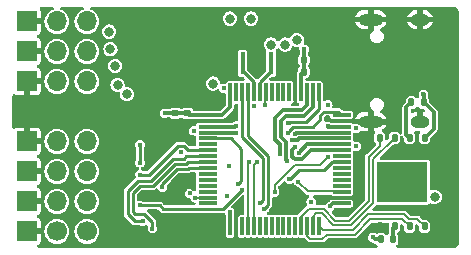
<source format=gbr>
%TF.GenerationSoftware,KiCad,Pcbnew,7.0.8*%
%TF.CreationDate,2023-10-14T12:30:27+02:00*%
%TF.ProjectId,RotorflightF7,526f746f-7266-46c6-9967-687446372e6b,rev?*%
%TF.SameCoordinates,Original*%
%TF.FileFunction,Copper,L4,Bot*%
%TF.FilePolarity,Positive*%
%FSLAX46Y46*%
G04 Gerber Fmt 4.6, Leading zero omitted, Abs format (unit mm)*
G04 Created by KiCad (PCBNEW 7.0.8) date 2023-10-14 12:30:27*
%MOMM*%
%LPD*%
G01*
G04 APERTURE LIST*
G04 Aperture macros list*
%AMRoundRect*
0 Rectangle with rounded corners*
0 $1 Rounding radius*
0 $2 $3 $4 $5 $6 $7 $8 $9 X,Y pos of 4 corners*
0 Add a 4 corners polygon primitive as box body*
4,1,4,$2,$3,$4,$5,$6,$7,$8,$9,$2,$3,0*
0 Add four circle primitives for the rounded corners*
1,1,$1+$1,$2,$3*
1,1,$1+$1,$4,$5*
1,1,$1+$1,$6,$7*
1,1,$1+$1,$8,$9*
0 Add four rect primitives between the rounded corners*
20,1,$1+$1,$2,$3,$4,$5,0*
20,1,$1+$1,$4,$5,$6,$7,0*
20,1,$1+$1,$6,$7,$8,$9,0*
20,1,$1+$1,$8,$9,$2,$3,0*%
G04 Aperture macros list end*
%TA.AperFunction,SMDPad,CuDef*%
%ADD10R,0.400000X1.900000*%
%TD*%
%TA.AperFunction,ComponentPad*%
%ADD11C,1.700000*%
%TD*%
%TA.AperFunction,ComponentPad*%
%ADD12O,1.700000X1.700000*%
%TD*%
%TA.AperFunction,ComponentPad*%
%ADD13R,1.700000X1.700000*%
%TD*%
%TA.AperFunction,ComponentPad*%
%ADD14O,2.100000X1.000000*%
%TD*%
%TA.AperFunction,ComponentPad*%
%ADD15O,1.600000X1.000000*%
%TD*%
%TA.AperFunction,SMDPad,CuDef*%
%ADD16RoundRect,0.075000X-0.075000X0.700000X-0.075000X-0.700000X0.075000X-0.700000X0.075000X0.700000X0*%
%TD*%
%TA.AperFunction,SMDPad,CuDef*%
%ADD17RoundRect,0.075000X-0.700000X0.075000X-0.700000X-0.075000X0.700000X-0.075000X0.700000X0.075000X0*%
%TD*%
%TA.AperFunction,SMDPad,CuDef*%
%ADD18RoundRect,0.140000X0.140000X0.170000X-0.140000X0.170000X-0.140000X-0.170000X0.140000X-0.170000X0*%
%TD*%
%TA.AperFunction,SMDPad,CuDef*%
%ADD19RoundRect,0.125000X0.125000X-0.200000X0.125000X0.200000X-0.125000X0.200000X-0.125000X-0.200000X0*%
%TD*%
%TA.AperFunction,SMDPad,CuDef*%
%ADD20R,4.300000X3.400000*%
%TD*%
%TA.AperFunction,SMDPad,CuDef*%
%ADD21RoundRect,0.140000X-0.170000X0.140000X-0.170000X-0.140000X0.170000X-0.140000X0.170000X0.140000X0*%
%TD*%
%TA.AperFunction,SMDPad,CuDef*%
%ADD22RoundRect,0.135000X-0.135000X-0.185000X0.135000X-0.185000X0.135000X0.185000X-0.135000X0.185000X0*%
%TD*%
%TA.AperFunction,SMDPad,CuDef*%
%ADD23RoundRect,0.135000X0.135000X0.185000X-0.135000X0.185000X-0.135000X-0.185000X0.135000X-0.185000X0*%
%TD*%
%TA.AperFunction,ViaPad*%
%ADD24C,0.400000*%
%TD*%
%TA.AperFunction,ViaPad*%
%ADD25C,0.800000*%
%TD*%
%TA.AperFunction,Conductor*%
%ADD26C,0.250000*%
%TD*%
%TA.AperFunction,Conductor*%
%ADD27C,0.300000*%
%TD*%
%TA.AperFunction,Conductor*%
%ADD28C,0.200000*%
%TD*%
G04 APERTURE END LIST*
D10*
%TO.P,Y1,1,1*%
%TO.N,Net-(U6-PH1)*%
X120590000Y-43330000D03*
%TO.P,Y1,2,2*%
%TO.N,GND*%
X119390000Y-43330000D03*
%TO.P,Y1,3,3*%
%TO.N,Net-(U6-PH0)*%
X118190000Y-43330000D03*
%TD*%
D11*
%TO.P,J2,1,Pin_1*%
%TO.N,Net-(J2-Pin_1)*%
X105000000Y-57550000D03*
D12*
%TO.P,J2,2,Pin_2*%
%TO.N,Net-(J2-Pin_2)*%
X105000000Y-55010000D03*
%TO.P,J2,3,Pin_3*%
%TO.N,Net-(J2-Pin_3)*%
X105000000Y-52470000D03*
%TO.P,J2,4,Pin_4*%
%TO.N,Net-(J2-Pin_4)*%
X105000000Y-49930000D03*
%TO.P,J2,5,Pin_5*%
%TO.N,Net-(J2-Pin_5)*%
X105000000Y-44850000D03*
%TO.P,J2,6,Pin_6*%
%TO.N,Net-(J2-Pin_6)*%
X105000000Y-42310000D03*
%TO.P,J2,7,Pin_7*%
%TO.N,Net-(J2-Pin_7)*%
X105000000Y-39770000D03*
D11*
%TO.P,J2,8,Pin_8*%
%TO.N,VBUS*%
X102460000Y-57550000D03*
D12*
%TO.P,J2,9,Pin_9*%
X102460000Y-55010000D03*
%TO.P,J2,10,Pin_10*%
X102460000Y-52470000D03*
%TO.P,J2,11,Pin_11*%
X102460000Y-49930000D03*
%TO.P,J2,12,Pin_12*%
X102460000Y-44850000D03*
%TO.P,J2,13,Pin_13*%
X102460000Y-42310000D03*
%TO.P,J2,14,Pin_14*%
X102460000Y-39770000D03*
D13*
%TO.P,J2,15,Pin_15*%
%TO.N,GND*%
X99920000Y-57550000D03*
%TO.P,J2,16,Pin_16*%
X99920000Y-55010000D03*
%TO.P,J2,17,Pin_17*%
X99920000Y-52470000D03*
%TO.P,J2,18,Pin_18*%
X99920000Y-49930000D03*
%TO.P,J2,19,Pin_19*%
X99920000Y-44850000D03*
%TO.P,J2,20,Pin_20*%
X99920000Y-42310000D03*
%TO.P,J2,21,Pin_21*%
X99920000Y-39770000D03*
%TD*%
D14*
%TO.P,J1,S1,SHIELD*%
%TO.N,GND*%
X129020000Y-48250000D03*
D15*
X133200000Y-48250000D03*
D14*
X129020000Y-39610000D03*
D15*
X133200000Y-39610000D03*
%TD*%
D16*
%TO.P,U6,1,VBAT*%
%TO.N,+3V3*%
X117140000Y-45755000D03*
%TO.P,U6,2,PC13*%
%TO.N,unconnected-(U6-PC13-Pad2)*%
X117640000Y-45755000D03*
%TO.P,U6,3,PC14*%
%TO.N,/LED_GR*%
X118140000Y-45755000D03*
%TO.P,U6,4,PC15*%
%TO.N,/LED_RD*%
X118640000Y-45755000D03*
%TO.P,U6,5,PH0*%
%TO.N,Net-(U6-PH0)*%
X119140000Y-45755000D03*
%TO.P,U6,6,PH1*%
%TO.N,Net-(U6-PH1)*%
X119640000Y-45755000D03*
%TO.P,U6,7,NRST*%
%TO.N,Net-(U6-NRST)*%
X120140000Y-45755000D03*
%TO.P,U6,8,PC0*%
%TO.N,/VBAT_ADC*%
X120640000Y-45755000D03*
%TO.P,U6,9,PC1*%
%TO.N,/Vx_ADC*%
X121140000Y-45755000D03*
%TO.P,U6,10,PC2*%
%TO.N,/5V_ADC*%
X121640000Y-45755000D03*
%TO.P,U6,11,PC3*%
%TO.N,/Vx_Curr*%
X122140000Y-45755000D03*
%TO.P,U6,12,VSSA*%
%TO.N,GND*%
X122640000Y-45755000D03*
%TO.P,U6,13,VDDA*%
%TO.N,+3V3*%
X123140000Y-45755000D03*
%TO.P,U6,14,PA0*%
%TO.N,/UART4_TX*%
X123640000Y-45755000D03*
%TO.P,U6,15,PA1*%
%TO.N,/UART4_RX*%
X124140000Y-45755000D03*
%TO.P,U6,16,PA2*%
%TO.N,/RPM*%
X124640000Y-45755000D03*
D17*
%TO.P,U6,17,PA3*%
%TO.N,/SBUS*%
X126565000Y-47680000D03*
%TO.P,U6,18,VSS*%
%TO.N,GND*%
X126565000Y-48180000D03*
%TO.P,U6,19,VDD*%
%TO.N,+3V3*%
X126565000Y-48680000D03*
%TO.P,U6,20,PA4*%
%TO.N,/BMI_NSS*%
X126565000Y-49180000D03*
%TO.P,U6,21,PA5*%
%TO.N,/BMI_SCK*%
X126565000Y-49680000D03*
%TO.P,U6,22,PA6*%
%TO.N,/BMI_MISO*%
X126565000Y-50180000D03*
%TO.P,U6,23,PA7*%
%TO.N,/BMI_MOSI*%
X126565000Y-50680000D03*
%TO.P,U6,24,PC4*%
%TO.N,/ESC_Curr*%
X126565000Y-51180000D03*
%TO.P,U6,25,PB0*%
%TO.N,/S3*%
X126565000Y-51680000D03*
%TO.P,U6,26,PB1*%
%TO.N,unconnected-(U6-PB1-Pad26)*%
X126565000Y-52180000D03*
%TO.P,U6,27,PB2*%
%TO.N,unconnected-(U6-PB2-Pad27)*%
X126565000Y-52680000D03*
%TO.P,U6,28,PB10*%
%TO.N,/UART3_TX*%
X126565000Y-53180000D03*
%TO.P,U6,29,PB11*%
%TO.N,/UART3_RX*%
X126565000Y-53680000D03*
%TO.P,U6,30,VCAP_1*%
%TO.N,Net-(U6-VCAP_1)*%
X126565000Y-54180000D03*
%TO.P,U6,31,VSS*%
%TO.N,GND*%
X126565000Y-54680000D03*
%TO.P,U6,32,VDD*%
%TO.N,+3V3*%
X126565000Y-55180000D03*
D16*
%TO.P,U6,33,PB12*%
%TO.N,/FLASH_NSS*%
X124640000Y-57105000D03*
%TO.P,U6,34,PB13*%
%TO.N,/FLASH_SCK*%
X124140000Y-57105000D03*
%TO.P,U6,35,PB14*%
%TO.N,/FLASH_MISO*%
X123640000Y-57105000D03*
%TO.P,U6,36,PB15*%
%TO.N,/FLASH_MOSI*%
X123140000Y-57105000D03*
%TO.P,U6,37,PC6*%
%TO.N,/UART6_TX*%
X122640000Y-57105000D03*
%TO.P,U6,38,PC7*%
%TO.N,/UART6_RX*%
X122140000Y-57105000D03*
%TO.P,U6,39,PC8*%
%TO.N,unconnected-(U6-PC8-Pad39)*%
X121640000Y-57105000D03*
%TO.P,U6,40,PC9*%
%TO.N,unconnected-(U6-PC9-Pad40)*%
X121140000Y-57105000D03*
%TO.P,U6,41,PA8*%
%TO.N,/LEDOUT*%
X120640000Y-57105000D03*
%TO.P,U6,42,PA9*%
%TO.N,unconnected-(U6-PA9-Pad42)*%
X120140000Y-57105000D03*
%TO.P,U6,43,PA10*%
%TO.N,/DSM*%
X119640000Y-57105000D03*
%TO.P,U6,44,PA11*%
%TO.N,/MCU_D-*%
X119140000Y-57105000D03*
%TO.P,U6,45,PA12*%
%TO.N,/MCU_D+*%
X118640000Y-57105000D03*
%TO.P,U6,46,PA13*%
%TO.N,/SWDIO*%
X118140000Y-57105000D03*
%TO.P,U6,47,VSS*%
%TO.N,GND*%
X117640000Y-57105000D03*
%TO.P,U6,48,VDD*%
%TO.N,+3V3*%
X117140000Y-57105000D03*
D17*
%TO.P,U6,49,PA14*%
%TO.N,/SWCLK*%
X115215000Y-55180000D03*
%TO.P,U6,50,PA15*%
%TO.N,/BMI_INT*%
X115215000Y-54680000D03*
%TO.P,U6,51,PC10*%
%TO.N,unconnected-(U6-PC10-Pad51)*%
X115215000Y-54180000D03*
%TO.P,U6,52,PC11*%
%TO.N,unconnected-(U6-PC11-Pad52)*%
X115215000Y-53680000D03*
%TO.P,U6,53,PC12*%
%TO.N,unconnected-(U6-PC12-Pad53)*%
X115215000Y-53180000D03*
%TO.P,U6,54,PD2*%
%TO.N,unconnected-(U6-PD2-Pad54)*%
X115215000Y-52680000D03*
%TO.P,U6,55,PB3*%
%TO.N,/TAIL*%
X115215000Y-52180000D03*
%TO.P,U6,56,PB4*%
%TO.N,/S1*%
X115215000Y-51680000D03*
%TO.P,U6,57,PB5*%
%TO.N,/S2*%
X115215000Y-51180000D03*
%TO.P,U6,58,PB6*%
%TO.N,/ESC*%
X115215000Y-50680000D03*
%TO.P,U6,59,PB7*%
%TO.N,unconnected-(U6-PB7-Pad59)*%
X115215000Y-50180000D03*
%TO.P,U6,60,BOOT0*%
%TO.N,Net-(U6-BOOT0)*%
X115215000Y-49680000D03*
%TO.P,U6,61,PB8*%
%TO.N,/BARO_SCL*%
X115215000Y-49180000D03*
%TO.P,U6,62,PB9*%
%TO.N,/BARO_SDA*%
X115215000Y-48680000D03*
%TO.P,U6,63,VSS*%
%TO.N,GND*%
X115215000Y-48180000D03*
%TO.P,U6,64,VDD*%
%TO.N,+3V3*%
X115215000Y-47680000D03*
%TD*%
D18*
%TO.P,C19,1*%
%TO.N,+3V3*%
X123370000Y-44030000D03*
%TO.P,C19,2*%
%TO.N,GND*%
X122410000Y-44030000D03*
%TD*%
%TO.P,C11,1*%
%TO.N,+3V3*%
X123370000Y-43030000D03*
%TO.P,C11,2*%
%TO.N,GND*%
X122410000Y-43030000D03*
%TD*%
D19*
%TO.P,U9,1,~{CS}*%
%TO.N,/FLASH_NSS*%
X133595000Y-57130000D03*
%TO.P,U9,2,DO(IO1)*%
%TO.N,/FLASH_MISO*%
X132325000Y-57130000D03*
%TO.P,U9,3,IO2*%
%TO.N,Net-(U9-IO2)*%
X131055000Y-57130000D03*
%TO.P,U9,4,GND*%
%TO.N,GND*%
X129785000Y-57130000D03*
%TO.P,U9,5,DI(IO0)*%
%TO.N,/FLASH_MOSI*%
X129785000Y-49630000D03*
%TO.P,U9,6,CLK*%
%TO.N,/FLASH_SCK*%
X131055000Y-49630000D03*
%TO.P,U9,7,IO3*%
%TO.N,Net-(U9-IO3)*%
X132325000Y-49630000D03*
%TO.P,U9,8,VCC*%
%TO.N,+3V3*%
X133595000Y-49630000D03*
D20*
%TO.P,U9,9*%
%TO.N,N/C*%
X131690000Y-53380000D03*
%TD*%
D21*
%TO.P,C10,1*%
%TO.N,+3V3*%
X113490000Y-47550000D03*
%TO.P,C10,2*%
%TO.N,GND*%
X113490000Y-48510000D03*
%TD*%
%TO.P,C20,1*%
%TO.N,+3V3*%
X112490000Y-47550000D03*
%TO.P,C20,2*%
%TO.N,GND*%
X112490000Y-48510000D03*
%TD*%
D22*
%TO.P,R13,1*%
%TO.N,+3V3*%
X129880000Y-58230000D03*
%TO.P,R13,2*%
%TO.N,Net-(U9-IO2)*%
X130900000Y-58230000D03*
%TD*%
D23*
%TO.P,R12,1*%
%TO.N,+3V3*%
X133500000Y-46630000D03*
%TO.P,R12,2*%
%TO.N,Net-(U9-IO3)*%
X132480000Y-46630000D03*
%TD*%
D24*
%TO.N,GND*%
X125674601Y-42280000D03*
X122790000Y-54580000D03*
D25*
X111590000Y-44230000D03*
X110190000Y-45730000D03*
X111590000Y-45730000D03*
D24*
X125290000Y-47930000D03*
D25*
X134490000Y-55830000D03*
D24*
X117690000Y-55930000D03*
X115140000Y-47130500D03*
X125542950Y-58329500D03*
X111990000Y-53780000D03*
D25*
X108290000Y-39430000D03*
D24*
X129145506Y-57351605D03*
D25*
X116580500Y-43947562D03*
D24*
X124876411Y-44216411D03*
X125460862Y-54660519D03*
X111590000Y-48530000D03*
D25*
%TO.N,+3V3*%
X120590000Y-41730000D03*
D24*
X123990000Y-55030000D03*
X116990000Y-52030000D03*
X116590000Y-45430000D03*
X119164500Y-46929500D03*
X133490000Y-45930000D03*
X114049385Y-49023357D03*
X111590000Y-47530000D03*
X116890000Y-54530000D03*
X125390000Y-46849500D03*
X117090000Y-55930000D03*
D25*
X122790000Y-41330000D03*
D24*
X127790000Y-50330000D03*
X125590000Y-55430000D03*
X125374920Y-48630923D03*
D25*
X121790000Y-41730000D03*
D24*
X127785619Y-48833662D03*
X123390000Y-42130000D03*
X129190000Y-58030000D03*
D25*
%TO.N,VBUS*%
X107590000Y-45130000D03*
X106990000Y-42130000D03*
X107390000Y-43530000D03*
X108390000Y-45930000D03*
D24*
%TO.N,+5V*%
X112990000Y-50854500D03*
D25*
X117090000Y-39530000D03*
X118890000Y-39530000D03*
X134439500Y-54630000D03*
D24*
X113690000Y-54330000D03*
D25*
X106890000Y-40630000D03*
X115690000Y-45030000D03*
D24*
%TO.N,/S1*%
X110540000Y-57304500D03*
%TO.N,/S2*%
X109738378Y-56705500D03*
%TO.N,/S3*%
X109467500Y-55352500D03*
X122140000Y-53129500D03*
X118140500Y-54015310D03*
%TO.N,/TAIL*%
X111390000Y-53830000D03*
%TO.N,/ESC*%
X109490000Y-52730000D03*
%TO.N,/RPM*%
X109490000Y-51730000D03*
X122000370Y-48401437D03*
X109490000Y-50205500D03*
%TO.N,/SBUS*%
X122016280Y-49212171D03*
%TO.N,Net-(U6-VCAP_1)*%
X122890000Y-53330000D03*
%TO.N,/MCU_D-*%
X119393200Y-51633200D03*
%TO.N,/MCU_D+*%
X118690000Y-51630000D03*
%TO.N,Net-(U6-BOOT0)*%
X117790000Y-53529500D03*
%TO.N,/BARO_SCL*%
X117590000Y-49230000D03*
%TO.N,/BARO_SDA*%
X117590000Y-48630000D03*
%TO.N,Net-(U6-NRST)*%
X120103957Y-46843957D03*
%TO.N,/UART4_TX*%
X121318851Y-50995094D03*
%TO.N,/UART4_RX*%
X121901444Y-51554604D03*
%TO.N,/LED_RD*%
X120007886Y-55652964D03*
%TO.N,/LED_GR*%
X119639500Y-55180000D03*
%TO.N,/BMI_NSS*%
X122612650Y-49273376D03*
%TO.N,/BMI_SCK*%
X122390000Y-49830000D03*
%TO.N,/BMI_MISO*%
X122918351Y-50902327D03*
%TO.N,/BMI_MOSI*%
X122612650Y-50386624D03*
%TO.N,/BMI_INT*%
X114169602Y-54689702D03*
X120892700Y-54237274D03*
X125390000Y-51230000D03*
%TD*%
D26*
%TO.N,Net-(U6-PH0)*%
X119140000Y-44914314D02*
X119140000Y-45755000D01*
X118190000Y-43964314D02*
X119140000Y-44914314D01*
X118190000Y-43330000D02*
X118190000Y-43964314D01*
%TO.N,Net-(U6-PH1)*%
X119640000Y-44914314D02*
X119640000Y-45755000D01*
X120590000Y-43964314D02*
X119640000Y-44914314D01*
X120590000Y-43330000D02*
X120590000Y-43964314D01*
D27*
%TO.N,GND*%
X125688958Y-54680000D02*
X126565000Y-54680000D01*
X111610000Y-48510000D02*
X111590000Y-48530000D01*
X112490000Y-48510000D02*
X113490000Y-48510000D01*
X112490000Y-48510000D02*
X111610000Y-48510000D01*
X129785000Y-57130000D02*
X129367111Y-57130000D01*
X117640000Y-55980000D02*
X117690000Y-55930000D01*
X113820000Y-48180000D02*
X113490000Y-48510000D01*
X117640000Y-57105000D02*
X117640000Y-55980000D01*
X122410000Y-44030000D02*
X122410000Y-43030000D01*
X125290000Y-47930000D02*
X125438958Y-47930000D01*
X122640000Y-44260000D02*
X122640000Y-45755000D01*
X129367111Y-57130000D02*
X129145506Y-57351605D01*
X122410000Y-44030000D02*
X122640000Y-44260000D01*
X115215000Y-48180000D02*
X113820000Y-48180000D01*
X125688958Y-48180000D02*
X126565000Y-48180000D01*
X125460862Y-54660519D02*
X125669477Y-54660519D01*
X125669477Y-54660519D02*
X125688958Y-54680000D01*
X125438958Y-47930000D02*
X125688958Y-48180000D01*
%TO.N,+3V3*%
X133500000Y-45940000D02*
X133490000Y-45930000D01*
X123370000Y-42150000D02*
X123390000Y-42130000D01*
X117140000Y-57105000D02*
X117140000Y-55980000D01*
X116440000Y-47680000D02*
X117140000Y-46980000D01*
X129880000Y-58230000D02*
X129390000Y-58230000D01*
X125590000Y-55430000D02*
X125840000Y-55180000D01*
X123370000Y-43030000D02*
X123370000Y-44030000D01*
X133595000Y-49630000D02*
X134344911Y-48880089D01*
X123370000Y-44030000D02*
X123140000Y-44260000D01*
X112490000Y-47550000D02*
X111610000Y-47550000D01*
X115215000Y-47680000D02*
X116440000Y-47680000D01*
X115215000Y-47680000D02*
X113620000Y-47680000D01*
X133500000Y-46630000D02*
X133500000Y-45940000D01*
X113620000Y-47680000D02*
X113490000Y-47550000D01*
X113490000Y-47550000D02*
X112490000Y-47550000D01*
X125423997Y-48680000D02*
X125374920Y-48630923D01*
X134344911Y-48880089D02*
X134344911Y-47474911D01*
X125840000Y-55180000D02*
X126565000Y-55180000D01*
X129390000Y-58230000D02*
X129190000Y-58030000D01*
X111610000Y-47550000D02*
X111590000Y-47530000D01*
X117140000Y-55980000D02*
X117090000Y-55930000D01*
X123370000Y-43030000D02*
X123370000Y-42150000D01*
X134344911Y-47474911D02*
X133500000Y-46630000D01*
X126565000Y-48680000D02*
X125423997Y-48680000D01*
X117140000Y-46980000D02*
X117140000Y-45755000D01*
X123140000Y-44260000D02*
X123140000Y-45755000D01*
D26*
%TO.N,/S1*%
X112463292Y-51829500D02*
X113393859Y-51829500D01*
X113543359Y-51680000D02*
X115215000Y-51680000D01*
X108890000Y-55893604D02*
X108890000Y-54316396D01*
X109090000Y-56093604D02*
X108890000Y-55893604D01*
X109501396Y-53705000D02*
X110587792Y-53705000D01*
X110540000Y-56764659D02*
X109868945Y-56093604D01*
X108890000Y-54316396D02*
X109501396Y-53705000D01*
X113393859Y-51829500D02*
X113543359Y-51680000D01*
X110540000Y-57304500D02*
X110540000Y-56764659D01*
X109868945Y-56093604D02*
X109090000Y-56093604D01*
X110587792Y-53705000D02*
X112463292Y-51829500D01*
%TO.N,/S2*%
X113207463Y-51379500D02*
X113406963Y-51180000D01*
X109065500Y-56705500D02*
X108440000Y-56080000D01*
X112276896Y-51379500D02*
X113207463Y-51379500D01*
X108440000Y-54130000D02*
X109315000Y-53255000D01*
X108440000Y-56080000D02*
X108440000Y-54130000D01*
X110401396Y-53255000D02*
X112276896Y-51379500D01*
X109738378Y-56705500D02*
X109065500Y-56705500D01*
X113406963Y-51180000D02*
X115215000Y-51180000D01*
X109315000Y-53255000D02*
X110401396Y-53255000D01*
%TO.N,/S3*%
X122990000Y-52330000D02*
X125074314Y-52330000D01*
X122190500Y-53129500D02*
X122990000Y-52330000D01*
X122140000Y-53129500D02*
X122190500Y-53129500D01*
X118140500Y-54021963D02*
X116507463Y-55655000D01*
X111159963Y-55352500D02*
X109467500Y-55352500D01*
X118140500Y-54015310D02*
X118140500Y-54021963D01*
X125724314Y-51680000D02*
X126565000Y-51680000D01*
X111462463Y-55655000D02*
X111159963Y-55352500D01*
X125074314Y-52330000D02*
X125724314Y-51680000D01*
X116507463Y-55655000D02*
X111462463Y-55655000D01*
%TO.N,/TAIL*%
X113679755Y-52180000D02*
X113580255Y-52279500D01*
X112649688Y-52279500D02*
X111880990Y-53048198D01*
X111880990Y-53048198D02*
X111390000Y-53539188D01*
X115215000Y-52180000D02*
X113679755Y-52180000D01*
X113090000Y-52279500D02*
X112649688Y-52279500D01*
X113580255Y-52279500D02*
X113090000Y-52279500D01*
X111390000Y-53539188D02*
X111390000Y-53830000D01*
%TO.N,/ESC*%
X110290000Y-52730000D02*
X112690000Y-50330000D01*
X109490000Y-52730000D02*
X110290000Y-52730000D01*
X112690000Y-50330000D02*
X113207963Y-50330000D01*
X113207963Y-50330000D02*
X113557963Y-50680000D01*
X113557963Y-50680000D02*
X115215000Y-50680000D01*
%TO.N,/RPM*%
X122105730Y-48401437D02*
X122252167Y-48255000D01*
X124640000Y-47201141D02*
X124640000Y-45755000D01*
X122000370Y-48401437D02*
X122105730Y-48401437D01*
X123586141Y-48255000D02*
X124640000Y-47201141D01*
X122252167Y-48255000D02*
X123586141Y-48255000D01*
X109490000Y-50205500D02*
X109490000Y-51730000D01*
%TO.N,/SBUS*%
X125072537Y-47405000D02*
X126290000Y-47405000D01*
X124765000Y-47712537D02*
X125072537Y-47405000D01*
X122087650Y-49140801D02*
X122087650Y-49055913D01*
X126290000Y-47405000D02*
X126565000Y-47680000D01*
X124115000Y-48705000D02*
X124765000Y-48055000D01*
X122016280Y-49212171D02*
X122087650Y-49140801D01*
X124765000Y-48055000D02*
X124765000Y-47712537D01*
X122438563Y-48705000D02*
X124115000Y-48705000D01*
X122087650Y-49055913D02*
X122438563Y-48705000D01*
D28*
%TO.N,Net-(U6-VCAP_1)*%
X126545519Y-54160519D02*
X123720519Y-54160519D01*
X123720519Y-54160519D02*
X122890000Y-53330000D01*
X126565000Y-54180000D02*
X126545519Y-54160519D01*
%TO.N,/MCU_D-*%
X119140000Y-57105000D02*
X119140000Y-51886400D01*
X119140000Y-51886400D02*
X119393200Y-51633200D01*
%TO.N,/MCU_D+*%
X118640000Y-51680000D02*
X118690000Y-51630000D01*
X118640000Y-57105000D02*
X118640000Y-51680000D01*
D26*
%TO.N,Net-(U6-BOOT0)*%
X118040000Y-50530000D02*
X117190000Y-49680000D01*
X118040000Y-53279500D02*
X118040000Y-50530000D01*
X117790000Y-53529500D02*
X118040000Y-53279500D01*
X117190000Y-49680000D02*
X115215000Y-49680000D01*
D27*
%TO.N,/BARO_SCL*%
X115215000Y-49180000D02*
X117540000Y-49180000D01*
X117540000Y-49180000D02*
X117590000Y-49230000D01*
%TO.N,/BARO_SDA*%
X117540000Y-48680000D02*
X117590000Y-48630000D01*
X115215000Y-48680000D02*
X117540000Y-48680000D01*
D28*
%TO.N,Net-(U6-NRST)*%
X120103957Y-45791043D02*
X120140000Y-45755000D01*
X120103957Y-46843957D02*
X120103957Y-45791043D01*
D27*
%TO.N,Net-(U9-IO3)*%
X132055089Y-47054911D02*
X132480000Y-46630000D01*
X132055089Y-49360089D02*
X132055089Y-47054911D01*
X132325000Y-49630000D02*
X132055089Y-49360089D01*
%TO.N,Net-(U9-IO2)*%
X130900000Y-57285000D02*
X131055000Y-57130000D01*
X130900000Y-58230000D02*
X130900000Y-57285000D01*
%TO.N,/UART4_TX*%
X123640000Y-46822283D02*
X123640000Y-45755000D01*
X120950370Y-49797477D02*
X120950370Y-47966512D01*
X123182283Y-47280000D02*
X123640000Y-46822283D01*
X120950370Y-47966512D02*
X121636883Y-47280000D01*
X121318851Y-50165958D02*
X120950370Y-49797477D01*
X121318851Y-50995094D02*
X121318851Y-50165958D01*
X121636883Y-47280000D02*
X123182283Y-47280000D01*
%TO.N,/UART4_RX*%
X123389389Y-47780000D02*
X124140000Y-47029389D01*
X121843989Y-47780000D02*
X123389389Y-47780000D01*
X121450370Y-49590370D02*
X121450370Y-48173619D01*
X121868351Y-51521511D02*
X121868351Y-50008351D01*
X121868351Y-50008351D02*
X121450370Y-49590370D01*
X121901444Y-51554604D02*
X121868351Y-51521511D01*
X124140000Y-47029389D02*
X124140000Y-45755000D01*
X121450370Y-48173619D02*
X121843989Y-47780000D01*
D26*
%TO.N,/LED_RD*%
X120368200Y-55292650D02*
X120368200Y-51171804D01*
X120007886Y-55652964D02*
X120368200Y-55292650D01*
X118640000Y-49443604D02*
X118640000Y-45755000D01*
X120368200Y-51171804D02*
X118640000Y-49443604D01*
%TO.N,/LED_GR*%
X119639500Y-55180000D02*
X119918200Y-54901300D01*
X119918200Y-54901300D02*
X119918200Y-51358200D01*
X118140000Y-49580000D02*
X118140000Y-45755000D01*
X119918200Y-51358200D02*
X118140000Y-49580000D01*
D27*
%TO.N,/BMI_NSS*%
X122706026Y-49180000D02*
X122612650Y-49273376D01*
X126565000Y-49180000D02*
X122706026Y-49180000D01*
%TO.N,/BMI_SCK*%
X122833844Y-49830000D02*
X122390000Y-49830000D01*
X126565000Y-49680000D02*
X122983844Y-49680000D01*
X122983844Y-49680000D02*
X122833844Y-49830000D01*
%TO.N,/BMI_MISO*%
X126565000Y-50180000D02*
X123640678Y-50180000D01*
X123640678Y-50180000D02*
X122918351Y-50902327D01*
%TO.N,/BMI_MOSI*%
X122368351Y-51208351D02*
X122368351Y-50630923D01*
X122368351Y-50630923D02*
X122612650Y-50386624D01*
X123940000Y-50680000D02*
X123167673Y-51452327D01*
X123167673Y-51452327D02*
X122612327Y-51452327D01*
X126565000Y-50680000D02*
X123940000Y-50680000D01*
X122612327Y-51452327D02*
X122368351Y-51208351D01*
D28*
%TO.N,/BMI_INT*%
X124715000Y-51905000D02*
X122618200Y-51905000D01*
X125390000Y-51230000D02*
X124715000Y-51905000D01*
X120892700Y-53630500D02*
X120892700Y-54237274D01*
X114169602Y-54689702D02*
X115205298Y-54689702D01*
X122618200Y-51905000D02*
X120892700Y-53630500D01*
X115205298Y-54689702D02*
X115215000Y-54680000D01*
%TO.N,/FLASH_NSS*%
X131865685Y-56105000D02*
X128837185Y-56105000D01*
X132970000Y-56505000D02*
X132265686Y-56505000D01*
X128837185Y-56105000D02*
X127512183Y-57430000D01*
X132265686Y-56505000D02*
X131865685Y-56105000D01*
X124965000Y-57430000D02*
X124640000Y-57105000D01*
X127512183Y-57430000D02*
X124965000Y-57430000D01*
X133595000Y-57130000D02*
X132970000Y-56505000D01*
%TO.N,/FLASH_MISO*%
X124940000Y-58180000D02*
X123909670Y-58180000D01*
X129002870Y-56505000D02*
X127677868Y-57830000D01*
X123640000Y-57910330D02*
X123640000Y-57105000D01*
X123909670Y-58180000D02*
X123640000Y-57910330D01*
X132325000Y-57130000D02*
X131700000Y-56505000D01*
X131700000Y-56505000D02*
X129002870Y-56505000D01*
X127677868Y-57830000D02*
X125290000Y-57830000D01*
X125290000Y-57830000D02*
X124940000Y-58180000D01*
%TO.N,/FLASH_MOSI*%
X125036016Y-55630000D02*
X123809670Y-55630000D01*
X129785000Y-50334314D02*
X128840000Y-51279315D01*
X123809670Y-55630000D02*
X123140000Y-56299670D01*
X123140000Y-56299670D02*
X123140000Y-57105000D01*
X128840000Y-51279315D02*
X128840000Y-54970812D01*
X126036016Y-56630000D02*
X125036016Y-55630000D01*
X127180812Y-56630000D02*
X126036016Y-56630000D01*
X128840000Y-54970812D02*
X127180812Y-56630000D01*
X129785000Y-49630000D02*
X129785000Y-50334314D01*
%TO.N,/FLASH_SCK*%
X124409670Y-56030000D02*
X124140000Y-56299670D01*
X124870330Y-56030000D02*
X124409670Y-56030000D01*
X131055000Y-49630000D02*
X129240000Y-51445000D01*
X127346498Y-57030000D02*
X125870330Y-57030000D01*
X124140000Y-56299670D02*
X124140000Y-57105000D01*
X129240000Y-55136498D02*
X127346498Y-57030000D01*
X129240000Y-51445000D02*
X129240000Y-55136498D01*
X125870330Y-57030000D02*
X124870330Y-56030000D01*
%TD*%
%TA.AperFunction,Conductor*%
%TO.N,GND*%
G36*
X102158321Y-38550185D02*
G01*
X102204076Y-38602989D01*
X102214020Y-38672147D01*
X102184995Y-38735703D01*
X102127278Y-38773160D01*
X102061278Y-38793181D01*
X102056043Y-38794769D01*
X101999258Y-38825122D01*
X101873550Y-38892315D01*
X101873548Y-38892316D01*
X101873547Y-38892317D01*
X101713589Y-39023589D01*
X101582317Y-39183547D01*
X101484769Y-39366043D01*
X101424699Y-39564067D01*
X101404417Y-39770000D01*
X101424699Y-39975932D01*
X101424700Y-39975934D01*
X101484768Y-40173954D01*
X101582315Y-40356450D01*
X101613851Y-40394877D01*
X101713589Y-40516410D01*
X101763345Y-40557243D01*
X101873550Y-40647685D01*
X102056046Y-40745232D01*
X102254066Y-40805300D01*
X102254065Y-40805300D01*
X102272529Y-40807118D01*
X102460000Y-40825583D01*
X102665934Y-40805300D01*
X102863954Y-40745232D01*
X103046450Y-40647685D01*
X103206410Y-40516410D01*
X103337685Y-40356450D01*
X103435232Y-40173954D01*
X103495300Y-39975934D01*
X103515583Y-39770000D01*
X103495300Y-39564066D01*
X103435232Y-39366046D01*
X103337685Y-39183550D01*
X103270528Y-39101718D01*
X103206410Y-39023589D01*
X103046452Y-38892317D01*
X103046453Y-38892317D01*
X103046450Y-38892315D01*
X102863954Y-38794768D01*
X102792721Y-38773160D01*
X102734284Y-38734863D01*
X102705828Y-38671051D01*
X102716388Y-38601984D01*
X102762612Y-38549591D01*
X102828718Y-38530500D01*
X104631282Y-38530500D01*
X104698321Y-38550185D01*
X104744076Y-38602989D01*
X104754020Y-38672147D01*
X104724995Y-38735703D01*
X104667278Y-38773160D01*
X104601278Y-38793181D01*
X104596043Y-38794769D01*
X104539258Y-38825122D01*
X104413550Y-38892315D01*
X104413548Y-38892316D01*
X104413547Y-38892317D01*
X104253589Y-39023589D01*
X104122317Y-39183547D01*
X104024769Y-39366043D01*
X103964699Y-39564067D01*
X103944417Y-39770000D01*
X103964699Y-39975932D01*
X103964700Y-39975934D01*
X104024768Y-40173954D01*
X104122315Y-40356450D01*
X104153851Y-40394877D01*
X104253589Y-40516410D01*
X104303345Y-40557243D01*
X104413550Y-40647685D01*
X104596046Y-40745232D01*
X104794066Y-40805300D01*
X104794065Y-40805300D01*
X104812529Y-40807118D01*
X105000000Y-40825583D01*
X105205934Y-40805300D01*
X105403954Y-40745232D01*
X105586450Y-40647685D01*
X105607998Y-40630001D01*
X106284318Y-40630001D01*
X106304955Y-40786760D01*
X106304956Y-40786762D01*
X106359954Y-40919540D01*
X106365464Y-40932841D01*
X106461718Y-41058282D01*
X106587159Y-41154536D01*
X106733238Y-41215044D01*
X106811619Y-41225363D01*
X106889999Y-41235682D01*
X106890000Y-41235682D01*
X106890001Y-41235682D01*
X106942254Y-41228802D01*
X107046762Y-41215044D01*
X107192841Y-41154536D01*
X107318282Y-41058282D01*
X107414536Y-40932841D01*
X107475044Y-40786762D01*
X107495682Y-40630000D01*
X107495622Y-40629548D01*
X107479702Y-40508621D01*
X107475044Y-40473238D01*
X107414536Y-40327159D01*
X107318282Y-40201718D01*
X107192841Y-40105464D01*
X107181576Y-40100798D01*
X107046762Y-40044956D01*
X107046760Y-40044955D01*
X106890001Y-40024318D01*
X106889999Y-40024318D01*
X106733239Y-40044955D01*
X106733237Y-40044956D01*
X106587160Y-40105463D01*
X106461718Y-40201718D01*
X106365463Y-40327160D01*
X106304956Y-40473237D01*
X106304955Y-40473239D01*
X106284318Y-40629998D01*
X106284318Y-40630001D01*
X105607998Y-40630001D01*
X105746410Y-40516410D01*
X105877685Y-40356450D01*
X105975232Y-40173954D01*
X106035300Y-39975934D01*
X106055583Y-39770000D01*
X106035300Y-39564066D01*
X106024967Y-39530001D01*
X116484318Y-39530001D01*
X116504955Y-39686760D01*
X116504956Y-39686762D01*
X116565464Y-39832841D01*
X116661718Y-39958282D01*
X116787159Y-40054536D01*
X116933238Y-40115044D01*
X117011619Y-40125363D01*
X117089999Y-40135682D01*
X117090000Y-40135682D01*
X117090001Y-40135682D01*
X117142254Y-40128802D01*
X117246762Y-40115044D01*
X117392841Y-40054536D01*
X117518282Y-39958282D01*
X117614536Y-39832841D01*
X117675044Y-39686762D01*
X117688857Y-39581840D01*
X117695682Y-39530001D01*
X118284318Y-39530001D01*
X118304955Y-39686760D01*
X118304956Y-39686762D01*
X118365464Y-39832841D01*
X118461718Y-39958282D01*
X118587159Y-40054536D01*
X118733238Y-40115044D01*
X118811619Y-40125363D01*
X118889999Y-40135682D01*
X118890000Y-40135682D01*
X118890001Y-40135682D01*
X118942254Y-40128802D01*
X119046762Y-40115044D01*
X119192841Y-40054536D01*
X119318282Y-39958282D01*
X119393696Y-39860000D01*
X127709917Y-39860000D01*
X127744663Y-39959302D01*
X127840577Y-40111948D01*
X127968051Y-40239422D01*
X128120698Y-40335336D01*
X128290858Y-40394877D01*
X128425069Y-40409999D01*
X128425070Y-40410000D01*
X128770000Y-40410000D01*
X128770000Y-39910000D01*
X129270000Y-39910000D01*
X129270000Y-40436930D01*
X129271091Y-40438929D01*
X129270000Y-40454184D01*
X129270000Y-40461362D01*
X129269487Y-40461362D01*
X129266107Y-40508621D01*
X129225413Y-40563662D01*
X129139550Y-40629548D01*
X129139549Y-40629549D01*
X129050784Y-40745230D01*
X129047300Y-40749770D01*
X128989313Y-40889763D01*
X128989312Y-40889765D01*
X128969534Y-41039999D01*
X128969534Y-41040000D01*
X128989312Y-41190234D01*
X128989313Y-41190236D01*
X129047204Y-41329998D01*
X129047302Y-41330233D01*
X129139549Y-41450451D01*
X129259767Y-41542698D01*
X129399764Y-41600687D01*
X129512280Y-41615500D01*
X129512287Y-41615500D01*
X129587713Y-41615500D01*
X129587720Y-41615500D01*
X129700236Y-41600687D01*
X129840233Y-41542698D01*
X129960451Y-41450451D01*
X130052698Y-41330233D01*
X130110687Y-41190236D01*
X130130466Y-41040000D01*
X130128775Y-41027159D01*
X130114526Y-40918922D01*
X130110687Y-40889764D01*
X130052698Y-40749767D01*
X129960451Y-40629549D01*
X129874586Y-40563662D01*
X129866221Y-40557243D01*
X129825019Y-40500815D01*
X129820864Y-40431069D01*
X129855077Y-40370149D01*
X129900756Y-40341826D01*
X129919299Y-40335337D01*
X130071948Y-40239422D01*
X130199422Y-40111948D01*
X130295336Y-39959302D01*
X130330083Y-39860000D01*
X132139917Y-39860000D01*
X132174663Y-39959302D01*
X132270577Y-40111948D01*
X132398051Y-40239422D01*
X132550698Y-40335336D01*
X132720858Y-40394877D01*
X132855069Y-40409999D01*
X132855070Y-40410000D01*
X132950000Y-40410000D01*
X132950000Y-39910000D01*
X133450000Y-39910000D01*
X133450000Y-40410000D01*
X133544930Y-40410000D01*
X133544930Y-40409999D01*
X133679141Y-40394877D01*
X133849301Y-40335336D01*
X134001948Y-40239422D01*
X134129422Y-40111948D01*
X134225336Y-39959302D01*
X134260083Y-39860000D01*
X133666111Y-39860000D01*
X133705610Y-39835543D01*
X133773201Y-39746038D01*
X133803895Y-39638160D01*
X133793546Y-39526479D01*
X133743552Y-39426078D01*
X133671069Y-39360000D01*
X134260082Y-39360000D01*
X134225336Y-39260697D01*
X134129422Y-39108051D01*
X134001948Y-38980577D01*
X133849301Y-38884663D01*
X133679141Y-38825122D01*
X133544930Y-38810000D01*
X133450000Y-38810000D01*
X133450000Y-39310000D01*
X132950000Y-39310000D01*
X132950000Y-38810000D01*
X132855070Y-38810000D01*
X132720858Y-38825122D01*
X132550698Y-38884663D01*
X132398051Y-38980577D01*
X132270577Y-39108051D01*
X132174663Y-39260697D01*
X132139917Y-39360000D01*
X132733889Y-39360000D01*
X132694390Y-39384457D01*
X132626799Y-39473962D01*
X132596105Y-39581840D01*
X132606454Y-39693521D01*
X132656448Y-39793922D01*
X132728931Y-39860000D01*
X132139917Y-39860000D01*
X130330083Y-39860000D01*
X129736111Y-39860000D01*
X129775610Y-39835543D01*
X129843201Y-39746038D01*
X129873895Y-39638160D01*
X129863546Y-39526479D01*
X129813552Y-39426078D01*
X129741069Y-39360000D01*
X130330082Y-39360000D01*
X130295336Y-39260697D01*
X130199422Y-39108051D01*
X130071948Y-38980577D01*
X129919301Y-38884663D01*
X129749141Y-38825122D01*
X129614930Y-38810000D01*
X129270000Y-38810000D01*
X129270000Y-39310000D01*
X128770000Y-39310000D01*
X128770000Y-38810000D01*
X128425070Y-38810000D01*
X128290858Y-38825122D01*
X128120698Y-38884663D01*
X127968051Y-38980577D01*
X127840577Y-39108051D01*
X127744663Y-39260697D01*
X127709917Y-39360000D01*
X128303889Y-39360000D01*
X128264390Y-39384457D01*
X128196799Y-39473962D01*
X128166105Y-39581840D01*
X128176454Y-39693521D01*
X128226448Y-39793922D01*
X128298931Y-39860000D01*
X127709917Y-39860000D01*
X119393696Y-39860000D01*
X119414536Y-39832841D01*
X119475044Y-39686762D01*
X119488857Y-39581840D01*
X119495682Y-39530001D01*
X119495682Y-39529998D01*
X119475044Y-39373239D01*
X119475044Y-39373238D01*
X119414536Y-39227159D01*
X119318282Y-39101718D01*
X119192841Y-39005464D01*
X119046762Y-38944956D01*
X119046760Y-38944955D01*
X118890001Y-38924318D01*
X118889999Y-38924318D01*
X118733239Y-38944955D01*
X118733237Y-38944956D01*
X118587160Y-39005463D01*
X118461718Y-39101718D01*
X118365463Y-39227160D01*
X118304956Y-39373237D01*
X118304955Y-39373239D01*
X118284318Y-39529998D01*
X118284318Y-39530001D01*
X117695682Y-39530001D01*
X117695682Y-39529998D01*
X117675044Y-39373239D01*
X117675044Y-39373238D01*
X117614536Y-39227159D01*
X117518282Y-39101718D01*
X117392841Y-39005464D01*
X117246762Y-38944956D01*
X117246760Y-38944955D01*
X117090001Y-38924318D01*
X117089999Y-38924318D01*
X116933239Y-38944955D01*
X116933237Y-38944956D01*
X116787160Y-39005463D01*
X116661718Y-39101718D01*
X116565463Y-39227160D01*
X116504956Y-39373237D01*
X116504955Y-39373239D01*
X116484318Y-39529998D01*
X116484318Y-39530001D01*
X106024967Y-39530001D01*
X105975232Y-39366046D01*
X105877685Y-39183550D01*
X105810528Y-39101718D01*
X105746410Y-39023589D01*
X105586452Y-38892317D01*
X105586453Y-38892317D01*
X105586450Y-38892315D01*
X105403954Y-38794768D01*
X105332721Y-38773160D01*
X105274284Y-38734863D01*
X105245828Y-38671051D01*
X105256388Y-38601984D01*
X105302612Y-38549591D01*
X105368718Y-38530500D01*
X136139138Y-38530500D01*
X136206177Y-38550185D01*
X136226819Y-38566819D01*
X136453181Y-38793181D01*
X136486666Y-38854504D01*
X136489500Y-38880862D01*
X136489500Y-58579138D01*
X136469815Y-58646177D01*
X136453181Y-58666819D01*
X136226819Y-58893181D01*
X136165496Y-58926666D01*
X136139138Y-58929500D01*
X131284839Y-58929500D01*
X131217800Y-58909815D01*
X131172045Y-58857011D01*
X131162101Y-58787853D01*
X131191126Y-58724297D01*
X131222007Y-58700988D01*
X131221517Y-58700288D01*
X131230401Y-58694066D01*
X131230404Y-58694065D01*
X131314065Y-58610404D01*
X131364068Y-58503173D01*
X131370500Y-58454316D01*
X131370500Y-58005684D01*
X131364068Y-57956827D01*
X131314065Y-57849596D01*
X131287229Y-57822760D01*
X131253744Y-57761437D01*
X131258728Y-57691745D01*
X131300600Y-57635812D01*
X131322494Y-57622703D01*
X131369579Y-57600747D01*
X131450747Y-57519579D01*
X131499259Y-57415545D01*
X131505500Y-57368139D01*
X131505499Y-57034830D01*
X131525183Y-56967793D01*
X131577987Y-56922038D01*
X131647146Y-56912094D01*
X131710701Y-56941119D01*
X131717180Y-56947151D01*
X131838181Y-57068152D01*
X131871666Y-57129475D01*
X131874500Y-57155832D01*
X131874500Y-57368132D01*
X131874501Y-57368138D01*
X131880741Y-57415545D01*
X131880742Y-57415547D01*
X131880742Y-57415548D01*
X131887390Y-57429804D01*
X131929253Y-57519579D01*
X132010421Y-57600747D01*
X132114455Y-57649259D01*
X132161861Y-57655500D01*
X132488138Y-57655499D01*
X132535545Y-57649259D01*
X132639579Y-57600747D01*
X132720747Y-57519579D01*
X132769259Y-57415545D01*
X132775500Y-57368139D01*
X132775499Y-57034830D01*
X132795183Y-56967793D01*
X132847987Y-56922038D01*
X132917146Y-56912094D01*
X132980701Y-56941119D01*
X132987180Y-56947151D01*
X133108181Y-57068152D01*
X133141666Y-57129475D01*
X133144500Y-57155832D01*
X133144500Y-57368132D01*
X133144501Y-57368138D01*
X133150741Y-57415545D01*
X133150742Y-57415547D01*
X133150742Y-57415548D01*
X133157390Y-57429804D01*
X133199253Y-57519579D01*
X133280421Y-57600747D01*
X133384455Y-57649259D01*
X133431861Y-57655500D01*
X133758138Y-57655499D01*
X133805545Y-57649259D01*
X133909579Y-57600747D01*
X133990747Y-57519579D01*
X134039259Y-57415545D01*
X134045500Y-57368139D01*
X134045499Y-56891862D01*
X134039259Y-56844455D01*
X133990747Y-56740421D01*
X133909579Y-56659253D01*
X133805545Y-56610741D01*
X133805543Y-56610740D01*
X133805544Y-56610740D01*
X133758140Y-56604500D01*
X133758139Y-56604500D01*
X133545834Y-56604500D01*
X133478795Y-56584815D01*
X133458153Y-56568181D01*
X133404671Y-56514699D01*
X133226915Y-56336944D01*
X133221278Y-56330466D01*
X133213959Y-56320774D01*
X133213958Y-56320772D01*
X133213347Y-56320215D01*
X133178624Y-56288560D01*
X133176573Y-56286602D01*
X133162797Y-56272826D01*
X133160586Y-56271311D01*
X133153853Y-56265978D01*
X133130933Y-56245084D01*
X133124470Y-56242580D01*
X133099192Y-56229256D01*
X133093481Y-56225344D01*
X133093478Y-56225343D01*
X133093479Y-56225343D01*
X133063302Y-56218244D01*
X133055094Y-56215703D01*
X133026173Y-56204500D01*
X133019249Y-56204500D01*
X132990858Y-56201206D01*
X132984119Y-56199621D01*
X132953409Y-56203905D01*
X132944834Y-56204500D01*
X132441520Y-56204500D01*
X132374481Y-56184815D01*
X132353839Y-56168181D01*
X132122605Y-55936947D01*
X132116962Y-55930463D01*
X132109643Y-55920772D01*
X132074320Y-55888570D01*
X132072270Y-55886613D01*
X132058482Y-55872825D01*
X132058479Y-55872823D01*
X132058474Y-55872819D01*
X132056261Y-55871303D01*
X132049525Y-55865967D01*
X132026618Y-55845084D01*
X132020155Y-55842580D01*
X131994874Y-55829254D01*
X131989164Y-55825342D01*
X131989161Y-55825341D01*
X131958981Y-55818243D01*
X131950771Y-55815701D01*
X131921858Y-55804500D01*
X131914932Y-55804500D01*
X131886543Y-55801206D01*
X131879803Y-55799621D01*
X131879802Y-55799621D01*
X131868441Y-55801206D01*
X131849092Y-55803905D01*
X131840518Y-55804500D01*
X129296330Y-55804500D01*
X129229291Y-55784815D01*
X129183536Y-55732011D01*
X129173592Y-55662853D01*
X129202617Y-55599297D01*
X129208649Y-55592819D01*
X129257114Y-55544354D01*
X129408059Y-55393408D01*
X129414532Y-55387777D01*
X129424224Y-55380457D01*
X129424228Y-55380456D01*
X129456459Y-55345098D01*
X129458367Y-55343100D01*
X129472174Y-55329295D01*
X129472177Y-55329290D01*
X129475504Y-55325284D01*
X129533476Y-55286283D01*
X129570903Y-55280500D01*
X133859750Y-55280500D01*
X133859751Y-55280499D01*
X133874568Y-55277552D01*
X133918229Y-55268868D01*
X133918229Y-55268867D01*
X133918231Y-55268867D01*
X133984552Y-55224552D01*
X133997628Y-55204981D01*
X134051239Y-55160176D01*
X134120563Y-55151467D01*
X134148183Y-55159310D01*
X134217093Y-55187853D01*
X134282738Y-55215044D01*
X134319198Y-55219844D01*
X134439499Y-55235682D01*
X134439500Y-55235682D01*
X134439501Y-55235682D01*
X134524041Y-55224552D01*
X134596262Y-55215044D01*
X134742341Y-55154536D01*
X134867782Y-55058282D01*
X134964036Y-54932841D01*
X135024544Y-54786762D01*
X135045182Y-54630000D01*
X135042939Y-54612965D01*
X135026253Y-54486222D01*
X135024544Y-54473238D01*
X134964036Y-54327159D01*
X134867782Y-54201718D01*
X134742341Y-54105464D01*
X134709010Y-54091658D01*
X134596262Y-54044956D01*
X134596260Y-54044955D01*
X134439501Y-54024318D01*
X134439499Y-54024318D01*
X134282739Y-54044955D01*
X134282734Y-54044957D01*
X134211952Y-54074276D01*
X134142483Y-54081745D01*
X134080004Y-54050470D01*
X134044352Y-53990380D01*
X134040500Y-53959715D01*
X134040500Y-51660249D01*
X134040499Y-51660247D01*
X134028868Y-51601770D01*
X134028867Y-51601769D01*
X133984552Y-51535447D01*
X133918230Y-51491132D01*
X133918229Y-51491131D01*
X133859752Y-51479500D01*
X133859748Y-51479500D01*
X129929833Y-51479500D01*
X129862794Y-51459815D01*
X129817039Y-51407011D01*
X129807095Y-51337853D01*
X129836120Y-51274297D01*
X129842152Y-51267819D01*
X130918153Y-50191818D01*
X130979476Y-50158333D01*
X131005834Y-50155499D01*
X131218133Y-50155499D01*
X131218138Y-50155499D01*
X131265545Y-50149259D01*
X131369579Y-50100747D01*
X131450747Y-50019579D01*
X131499259Y-49915545D01*
X131505500Y-49868139D01*
X131505499Y-49570623D01*
X131525183Y-49503586D01*
X131577987Y-49457831D01*
X131647146Y-49447887D01*
X131710701Y-49476912D01*
X131738555Y-49511610D01*
X131743384Y-49520534D01*
X131765890Y-49566571D01*
X131770154Y-49572544D01*
X131774669Y-49578345D01*
X131812364Y-49613047D01*
X131838179Y-49638861D01*
X131871666Y-49700183D01*
X131874500Y-49726543D01*
X131874500Y-49868132D01*
X131874501Y-49868138D01*
X131880741Y-49915545D01*
X131880742Y-49915547D01*
X131880742Y-49915548D01*
X131927913Y-50016706D01*
X131929253Y-50019579D01*
X132010421Y-50100747D01*
X132114455Y-50149259D01*
X132161861Y-50155500D01*
X132488138Y-50155499D01*
X132535545Y-50149259D01*
X132639579Y-50100747D01*
X132720747Y-50019579D01*
X132769259Y-49915545D01*
X132775500Y-49868139D01*
X132775499Y-49391862D01*
X132769259Y-49344455D01*
X132720747Y-49240421D01*
X132720746Y-49240420D01*
X132716162Y-49230589D01*
X132717870Y-49229792D01*
X132699785Y-49176170D01*
X132716793Y-49108402D01*
X132767739Y-49060587D01*
X132836449Y-49047906D01*
X132837573Y-49048028D01*
X132855072Y-49050000D01*
X133094386Y-49050000D01*
X133161425Y-49069685D01*
X133207180Y-49122489D01*
X133217124Y-49191647D01*
X133202042Y-49229751D01*
X133203838Y-49230589D01*
X133150740Y-49344456D01*
X133144500Y-49391860D01*
X133144500Y-49868132D01*
X133144501Y-49868138D01*
X133150741Y-49915545D01*
X133150742Y-49915547D01*
X133150742Y-49915548D01*
X133197913Y-50016706D01*
X133199253Y-50019579D01*
X133280421Y-50100747D01*
X133384455Y-50149259D01*
X133431861Y-50155500D01*
X133758138Y-50155499D01*
X133805545Y-50149259D01*
X133909579Y-50100747D01*
X133990747Y-50019579D01*
X134039259Y-49915545D01*
X134045500Y-49868139D01*
X134045499Y-49726543D01*
X134065183Y-49659504D01*
X134081813Y-49638867D01*
X134557957Y-49162723D01*
X134577813Y-49146600D01*
X134585580Y-49141526D01*
X134605784Y-49115566D01*
X134610852Y-49109828D01*
X134613286Y-49107396D01*
X134615353Y-49104501D01*
X134625951Y-49089656D01*
X134639690Y-49072004D01*
X134657428Y-49049215D01*
X134657431Y-49049205D01*
X134660917Y-49042764D01*
X134664146Y-49036159D01*
X134664150Y-49036155D01*
X134678767Y-48987055D01*
X134695411Y-48938577D01*
X134695411Y-48938571D01*
X134696603Y-48931431D01*
X134696612Y-48931361D01*
X134696625Y-48931280D01*
X134697528Y-48924041D01*
X134695411Y-48872859D01*
X134695411Y-47524122D01*
X134698050Y-47498675D01*
X134699954Y-47489596D01*
X134698181Y-47475374D01*
X134695888Y-47456972D01*
X134695411Y-47449296D01*
X134695411Y-47445873D01*
X134695410Y-47445862D01*
X134691972Y-47425267D01*
X134691822Y-47424368D01*
X134685484Y-47373519D01*
X134685480Y-47373512D01*
X134683397Y-47366514D01*
X134683387Y-47366483D01*
X134683377Y-47366451D01*
X134681003Y-47359535D01*
X134681003Y-47359530D01*
X134673401Y-47345483D01*
X134656610Y-47314456D01*
X134634109Y-47268428D01*
X134629843Y-47262454D01*
X134625328Y-47256652D01*
X134587624Y-47221942D01*
X134006819Y-46641137D01*
X133973334Y-46579814D01*
X133970500Y-46553456D01*
X133970500Y-46405683D01*
X133967284Y-46381255D01*
X133964068Y-46356827D01*
X133914065Y-46249596D01*
X133886819Y-46222350D01*
X133853334Y-46161027D01*
X133850500Y-46134669D01*
X133850500Y-46134424D01*
X133864015Y-46078130D01*
X133875646Y-46055304D01*
X133875647Y-46055300D01*
X133895492Y-45930003D01*
X133895492Y-45929996D01*
X133875647Y-45804699D01*
X133875647Y-45804698D01*
X133875646Y-45804696D01*
X133818050Y-45691658D01*
X133818046Y-45691654D01*
X133818045Y-45691652D01*
X133728347Y-45601954D01*
X133728344Y-45601952D01*
X133728342Y-45601950D01*
X133615304Y-45544354D01*
X133615303Y-45544353D01*
X133615300Y-45544352D01*
X133490003Y-45524508D01*
X133489997Y-45524508D01*
X133364699Y-45544352D01*
X133364698Y-45544352D01*
X133312569Y-45570914D01*
X133251658Y-45601950D01*
X133251657Y-45601951D01*
X133251652Y-45601954D01*
X133161954Y-45691652D01*
X133161951Y-45691657D01*
X133104352Y-45804698D01*
X133104352Y-45804699D01*
X133084508Y-45929996D01*
X133084508Y-45930003D01*
X133104352Y-46055300D01*
X133104353Y-46055303D01*
X133122817Y-46091539D01*
X133135714Y-46160208D01*
X133109438Y-46224949D01*
X133100016Y-46235514D01*
X133078266Y-46257265D01*
X133075442Y-46254442D01*
X133036958Y-46285183D01*
X132967458Y-46292352D01*
X132905114Y-46260808D01*
X132901901Y-46257101D01*
X132901736Y-46257267D01*
X132810404Y-46165935D01*
X132743354Y-46134669D01*
X132703173Y-46115932D01*
X132703171Y-46115931D01*
X132703172Y-46115931D01*
X132654317Y-46109500D01*
X132654316Y-46109500D01*
X132305684Y-46109500D01*
X132305683Y-46109500D01*
X132256828Y-46115931D01*
X132149595Y-46165935D01*
X132065935Y-46249595D01*
X132015931Y-46356828D01*
X132009500Y-46405683D01*
X132009500Y-46553455D01*
X131989815Y-46620494D01*
X131973181Y-46641135D01*
X131904476Y-46709841D01*
X131842044Y-46772273D01*
X131822195Y-46788393D01*
X131814420Y-46793473D01*
X131794232Y-46819409D01*
X131789156Y-46825159D01*
X131786723Y-46827592D01*
X131786712Y-46827605D01*
X131774043Y-46845349D01*
X131742572Y-46885783D01*
X131739064Y-46892264D01*
X131735849Y-46898843D01*
X131721227Y-46947956D01*
X131704587Y-46996427D01*
X131703383Y-47003644D01*
X131702471Y-47010957D01*
X131704589Y-47062141D01*
X131704589Y-49225459D01*
X131684904Y-49292498D01*
X131632100Y-49338253D01*
X131562942Y-49348197D01*
X131499386Y-49319172D01*
X131468207Y-49277864D01*
X131458672Y-49257416D01*
X131450747Y-49240421D01*
X131369579Y-49159253D01*
X131265545Y-49110741D01*
X131265543Y-49110740D01*
X131265544Y-49110740D01*
X131218140Y-49104500D01*
X130891867Y-49104500D01*
X130876839Y-49106478D01*
X130844455Y-49110741D01*
X130844453Y-49110742D01*
X130844451Y-49110742D01*
X130740420Y-49159253D01*
X130659253Y-49240420D01*
X130610740Y-49344456D01*
X130604500Y-49391860D01*
X130604500Y-49604166D01*
X130584815Y-49671205D01*
X130568184Y-49691843D01*
X130504974Y-49755054D01*
X130447180Y-49812848D01*
X130385857Y-49846332D01*
X130316165Y-49841348D01*
X130260232Y-49799476D01*
X130235815Y-49734012D01*
X130235499Y-49725185D01*
X130235499Y-49391862D01*
X130229259Y-49344455D01*
X130180747Y-49240421D01*
X130099579Y-49159253D01*
X130087525Y-49153632D01*
X130034451Y-49128883D01*
X129982012Y-49082710D01*
X129962860Y-49015516D01*
X129983076Y-48948635D01*
X130020886Y-48911506D01*
X130071947Y-48879422D01*
X130071948Y-48879422D01*
X130199422Y-48751948D01*
X130295336Y-48599302D01*
X130330083Y-48500000D01*
X129736111Y-48500000D01*
X129775610Y-48475543D01*
X129843201Y-48386038D01*
X129873895Y-48278160D01*
X129863546Y-48166479D01*
X129813552Y-48066078D01*
X129741069Y-48000000D01*
X130330082Y-48000000D01*
X130295336Y-47900697D01*
X130199422Y-47748051D01*
X130071948Y-47620577D01*
X129919300Y-47524662D01*
X129900752Y-47518172D01*
X129843976Y-47477449D01*
X129818230Y-47412496D01*
X129831687Y-47343935D01*
X129866220Y-47302757D01*
X129960451Y-47230451D01*
X130052698Y-47110233D01*
X130110687Y-46970236D01*
X130130466Y-46820000D01*
X130110687Y-46669764D01*
X130052698Y-46529767D01*
X129960451Y-46409549D01*
X129840233Y-46317302D01*
X129840229Y-46317300D01*
X129762691Y-46285183D01*
X129700236Y-46259313D01*
X129683434Y-46257101D01*
X129587727Y-46244500D01*
X129587720Y-46244500D01*
X129512280Y-46244500D01*
X129512272Y-46244500D01*
X129399764Y-46259313D01*
X129399763Y-46259313D01*
X129259770Y-46317300D01*
X129259767Y-46317301D01*
X129259767Y-46317302D01*
X129139549Y-46409549D01*
X129058600Y-46515044D01*
X129047300Y-46529770D01*
X128989313Y-46669763D01*
X128989312Y-46669765D01*
X128969534Y-46819999D01*
X128969534Y-46820000D01*
X128989312Y-46970234D01*
X128989313Y-46970236D01*
X129044387Y-47103197D01*
X129047302Y-47110233D01*
X129139549Y-47230451D01*
X129164308Y-47249449D01*
X129225412Y-47296337D01*
X129266614Y-47352765D01*
X129269347Y-47398638D01*
X129270000Y-47398638D01*
X129270000Y-47409602D01*
X129270769Y-47422511D01*
X129270000Y-47423899D01*
X129270000Y-47950000D01*
X128770000Y-47950000D01*
X128770000Y-47450000D01*
X128425070Y-47450000D01*
X128290858Y-47465122D01*
X128120698Y-47524663D01*
X127968051Y-47620577D01*
X127840577Y-47748051D01*
X127768678Y-47862478D01*
X127716343Y-47908769D01*
X127657709Y-47917810D01*
X127657859Y-47917882D01*
X127694580Y-47977325D01*
X127694561Y-47978358D01*
X127709917Y-48000000D01*
X128303889Y-48000000D01*
X128264390Y-48024457D01*
X128196799Y-48113962D01*
X128166105Y-48221840D01*
X128176454Y-48333521D01*
X128226448Y-48433922D01*
X128298931Y-48500000D01*
X128042717Y-48500000D01*
X127986422Y-48486485D01*
X127964947Y-48475543D01*
X127910923Y-48448016D01*
X127910922Y-48448015D01*
X127910919Y-48448014D01*
X127785622Y-48428170D01*
X127785616Y-48428170D01*
X127660318Y-48448014D01*
X127660316Y-48448015D01*
X127632514Y-48462181D01*
X127563845Y-48475076D01*
X127499105Y-48448799D01*
X127473118Y-48420585D01*
X127463623Y-48406375D01*
X127433186Y-48386038D01*
X127372495Y-48345485D01*
X127372493Y-48345484D01*
X127372490Y-48345483D01*
X127292137Y-48329500D01*
X127292133Y-48329500D01*
X126623489Y-48329500D01*
X126623488Y-48329500D01*
X125690201Y-48329500D01*
X125623162Y-48309815D01*
X125617318Y-48305820D01*
X125613263Y-48302874D01*
X125613262Y-48302873D01*
X125500224Y-48245277D01*
X125500223Y-48245276D01*
X125500220Y-48245275D01*
X125374923Y-48225431D01*
X125374917Y-48225431D01*
X125249620Y-48245275D01*
X125249259Y-48245393D01*
X125248794Y-48245406D01*
X125239976Y-48246803D01*
X125239795Y-48245663D01*
X125179418Y-48247389D01*
X125119585Y-48211309D01*
X125088756Y-48148608D01*
X125091165Y-48095368D01*
X125094264Y-48083807D01*
X125090735Y-48043478D01*
X125090500Y-48038075D01*
X125090500Y-47898725D01*
X125110185Y-47831686D01*
X125126819Y-47811044D01*
X125171044Y-47766819D01*
X125232367Y-47733334D01*
X125258725Y-47730500D01*
X125477466Y-47730500D01*
X125544505Y-47750185D01*
X125590260Y-47802989D01*
X125599082Y-47830305D01*
X125604600Y-47858045D01*
X125605485Y-47862495D01*
X125666375Y-47953624D01*
X125689684Y-47969198D01*
X125757505Y-48014515D01*
X125757508Y-48014515D01*
X125757509Y-48014516D01*
X125797686Y-48022507D01*
X125837867Y-48030500D01*
X127292132Y-48030499D01*
X127372495Y-48014515D01*
X127463624Y-47953624D01*
X127471896Y-47941244D01*
X127525506Y-47896438D01*
X127582298Y-47889303D01*
X127545069Y-47832652D01*
X127540666Y-47788224D01*
X127540500Y-47788225D01*
X127540499Y-47786547D01*
X127540282Y-47784348D01*
X127540498Y-47782140D01*
X127540500Y-47782133D01*
X127540499Y-47577868D01*
X127524515Y-47497505D01*
X127502877Y-47465122D01*
X127463624Y-47406375D01*
X127403920Y-47366483D01*
X127372495Y-47345485D01*
X127372493Y-47345484D01*
X127372490Y-47345483D01*
X127292137Y-47329500D01*
X127292133Y-47329500D01*
X126726188Y-47329500D01*
X126659149Y-47309815D01*
X126638507Y-47293181D01*
X126586762Y-47241436D01*
X126532119Y-47186793D01*
X126528474Y-47182814D01*
X126502456Y-47151807D01*
X126502455Y-47151806D01*
X126485655Y-47142106D01*
X126467392Y-47131561D01*
X126462831Y-47128655D01*
X126449687Y-47119452D01*
X126429684Y-47105446D01*
X126429681Y-47105445D01*
X126424861Y-47103197D01*
X126408055Y-47096235D01*
X126403043Y-47094411D01*
X126363190Y-47087383D01*
X126357910Y-47086212D01*
X126318808Y-47075735D01*
X126283892Y-47078790D01*
X126278481Y-47079264D01*
X126273078Y-47079500D01*
X125904249Y-47079500D01*
X125837210Y-47059815D01*
X125791455Y-47007011D01*
X125781511Y-46937853D01*
X125781776Y-46936102D01*
X125795492Y-46849502D01*
X125795492Y-46849496D01*
X125775647Y-46724199D01*
X125775647Y-46724198D01*
X125769068Y-46711286D01*
X125718050Y-46611158D01*
X125718046Y-46611154D01*
X125718045Y-46611152D01*
X125628347Y-46521454D01*
X125628344Y-46521452D01*
X125628342Y-46521450D01*
X125515304Y-46463854D01*
X125515303Y-46463853D01*
X125515300Y-46463852D01*
X125390003Y-46444008D01*
X125389997Y-46444008D01*
X125264699Y-46463852D01*
X125264695Y-46463853D01*
X125170793Y-46511699D01*
X125102124Y-46524595D01*
X125037384Y-46498318D01*
X124997127Y-46441211D01*
X124990499Y-46401219D01*
X124990499Y-45027868D01*
X124974515Y-44947505D01*
X124924891Y-44873238D01*
X124913624Y-44856375D01*
X124858995Y-44819874D01*
X124822495Y-44795485D01*
X124822493Y-44795484D01*
X124822490Y-44795483D01*
X124742135Y-44779500D01*
X124537870Y-44779500D01*
X124477867Y-44791434D01*
X124457505Y-44795485D01*
X124457504Y-44795485D01*
X124457501Y-44795486D01*
X124446220Y-44800159D01*
X124445621Y-44798714D01*
X124392204Y-44815436D01*
X124334061Y-44799481D01*
X124333781Y-44800159D01*
X124328383Y-44797923D01*
X124324825Y-44796947D01*
X124322648Y-44795547D01*
X124322494Y-44795484D01*
X124242135Y-44779500D01*
X124037870Y-44779500D01*
X123977867Y-44791434D01*
X123957505Y-44795485D01*
X123957504Y-44795485D01*
X123957501Y-44795486D01*
X123946220Y-44800159D01*
X123945621Y-44798714D01*
X123892204Y-44815436D01*
X123834061Y-44799481D01*
X123833781Y-44800159D01*
X123828383Y-44797923D01*
X123824825Y-44796947D01*
X123822648Y-44795547D01*
X123822494Y-44795484D01*
X123742136Y-44779500D01*
X123625667Y-44779500D01*
X123558628Y-44759815D01*
X123512873Y-44707011D01*
X123502929Y-44637853D01*
X123531954Y-44574297D01*
X123590732Y-44536523D01*
X123590978Y-44536451D01*
X123599479Y-44533972D01*
X123599487Y-44533972D01*
X123708316Y-44483224D01*
X123793224Y-44398316D01*
X123843972Y-44289487D01*
X123850500Y-44239901D01*
X123850499Y-43820100D01*
X123843972Y-43770513D01*
X123793224Y-43661684D01*
X123756819Y-43625279D01*
X123723334Y-43563956D01*
X123720500Y-43537598D01*
X123720500Y-43522402D01*
X123740185Y-43455363D01*
X123756819Y-43434721D01*
X123793224Y-43398316D01*
X123843972Y-43289487D01*
X123850500Y-43239901D01*
X123850499Y-42820100D01*
X123843972Y-42770513D01*
X123793224Y-42661684D01*
X123756819Y-42625279D01*
X123723334Y-42563956D01*
X123720500Y-42537598D01*
X123720500Y-42393303D01*
X123734015Y-42337008D01*
X123734691Y-42335682D01*
X123775646Y-42255304D01*
X123775646Y-42255302D01*
X123775647Y-42255301D01*
X123775647Y-42255300D01*
X123795492Y-42130003D01*
X123795492Y-42129996D01*
X123775647Y-42004699D01*
X123775647Y-42004698D01*
X123762656Y-41979202D01*
X123718050Y-41891658D01*
X123718046Y-41891654D01*
X123718045Y-41891652D01*
X123628347Y-41801954D01*
X123628344Y-41801952D01*
X123628342Y-41801950D01*
X123542639Y-41758282D01*
X123515301Y-41744352D01*
X123438906Y-41732253D01*
X123375771Y-41702324D01*
X123338840Y-41643012D01*
X123339838Y-41573150D01*
X123343736Y-41562343D01*
X123375044Y-41486762D01*
X123395682Y-41330000D01*
X123390089Y-41287520D01*
X123377282Y-41190236D01*
X123375044Y-41173238D01*
X123314536Y-41027159D01*
X123218282Y-40901718D01*
X123092841Y-40805464D01*
X123061492Y-40792479D01*
X122946762Y-40744956D01*
X122946760Y-40744955D01*
X122790001Y-40724318D01*
X122789999Y-40724318D01*
X122633239Y-40744955D01*
X122633237Y-40744956D01*
X122487160Y-40805463D01*
X122361718Y-40901718D01*
X122265463Y-41027160D01*
X122224596Y-41125822D01*
X122180755Y-41180225D01*
X122114460Y-41202290D01*
X122062583Y-41192930D01*
X121946765Y-41144957D01*
X121946760Y-41144955D01*
X121790001Y-41124318D01*
X121789999Y-41124318D01*
X121633239Y-41144955D01*
X121633237Y-41144956D01*
X121487160Y-41205463D01*
X121423362Y-41254417D01*
X121361718Y-41301718D01*
X121293878Y-41390130D01*
X121288376Y-41397300D01*
X121231948Y-41438502D01*
X121162202Y-41442657D01*
X121101281Y-41408444D01*
X121091624Y-41397300D01*
X121018282Y-41301718D01*
X120892841Y-41205464D01*
X120885178Y-41202290D01*
X120746762Y-41144956D01*
X120746760Y-41144955D01*
X120590001Y-41124318D01*
X120589999Y-41124318D01*
X120433239Y-41144955D01*
X120433237Y-41144956D01*
X120287160Y-41205463D01*
X120161718Y-41301718D01*
X120065463Y-41427160D01*
X120004956Y-41573237D01*
X120004955Y-41573239D01*
X119984318Y-41729998D01*
X119984318Y-41730001D01*
X120004955Y-41886760D01*
X120004956Y-41886762D01*
X120040775Y-41973238D01*
X120065464Y-42032841D01*
X120140017Y-42130000D01*
X115890000Y-42130000D01*
X115890000Y-44462865D01*
X115846762Y-44444956D01*
X115846760Y-44444955D01*
X115690001Y-44424318D01*
X115689999Y-44424318D01*
X115533239Y-44444955D01*
X115533237Y-44444956D01*
X115387160Y-44505463D01*
X115261718Y-44601718D01*
X115165463Y-44727160D01*
X115104956Y-44873237D01*
X115104955Y-44873239D01*
X115084318Y-45029998D01*
X115084318Y-45030001D01*
X115104955Y-45186760D01*
X115104956Y-45186762D01*
X115161933Y-45324318D01*
X115165464Y-45332841D01*
X115261718Y-45458282D01*
X115387159Y-45554536D01*
X115533238Y-45615044D01*
X115611619Y-45625363D01*
X115689999Y-45635682D01*
X115690000Y-45635682D01*
X115690001Y-45635682D01*
X115754739Y-45627159D01*
X115846762Y-45615044D01*
X115992841Y-45554536D01*
X116026338Y-45528832D01*
X116091504Y-45503639D01*
X116159949Y-45517677D01*
X116209939Y-45566490D01*
X116212302Y-45570903D01*
X116261950Y-45668342D01*
X116261952Y-45668344D01*
X116261954Y-45668347D01*
X116351652Y-45758045D01*
X116351654Y-45758046D01*
X116351658Y-45758050D01*
X116464696Y-45815646D01*
X116464697Y-45815646D01*
X116464699Y-45815647D01*
X116589997Y-45835492D01*
X116590000Y-45835492D01*
X116646102Y-45826606D01*
X116715394Y-45835560D01*
X116768847Y-45880556D01*
X116789487Y-45947307D01*
X116789500Y-45949079D01*
X116789500Y-46783456D01*
X116769815Y-46850495D01*
X116753181Y-46871137D01*
X116331137Y-47293181D01*
X116269814Y-47326666D01*
X116243456Y-47329500D01*
X114077159Y-47329500D01*
X114010120Y-47309815D01*
X113964777Y-47257905D01*
X113943224Y-47211684D01*
X113858316Y-47126776D01*
X113749487Y-47076028D01*
X113749485Y-47076027D01*
X113749486Y-47076027D01*
X113699901Y-47069500D01*
X113280105Y-47069500D01*
X113264386Y-47071569D01*
X113230513Y-47076028D01*
X113230511Y-47076029D01*
X113230509Y-47076029D01*
X113121683Y-47126776D01*
X113085279Y-47163181D01*
X113023956Y-47196666D01*
X112997598Y-47199500D01*
X112982402Y-47199500D01*
X112915363Y-47179815D01*
X112894721Y-47163181D01*
X112858316Y-47126776D01*
X112853452Y-47124508D01*
X112749487Y-47076028D01*
X112749485Y-47076027D01*
X112749486Y-47076027D01*
X112699901Y-47069500D01*
X112280105Y-47069500D01*
X112264386Y-47071569D01*
X112230513Y-47076028D01*
X112230511Y-47076029D01*
X112230509Y-47076029D01*
X112121683Y-47126776D01*
X112085279Y-47163181D01*
X112023956Y-47196666D01*
X111997598Y-47199500D01*
X111853304Y-47199500D01*
X111797010Y-47185985D01*
X111715300Y-47144352D01*
X111715301Y-47144352D01*
X111590003Y-47124508D01*
X111589997Y-47124508D01*
X111464699Y-47144352D01*
X111464698Y-47144352D01*
X111410428Y-47172005D01*
X111351658Y-47201950D01*
X111351657Y-47201951D01*
X111351652Y-47201954D01*
X111261954Y-47291652D01*
X111261951Y-47291657D01*
X111204352Y-47404698D01*
X111204352Y-47404699D01*
X111184508Y-47529996D01*
X111184508Y-47530003D01*
X111204352Y-47655300D01*
X111204352Y-47655301D01*
X111204354Y-47655304D01*
X111261950Y-47768342D01*
X111261952Y-47768344D01*
X111261954Y-47768347D01*
X111351652Y-47858045D01*
X111351654Y-47858046D01*
X111351658Y-47858050D01*
X111464696Y-47915646D01*
X111464697Y-47915646D01*
X111464699Y-47915647D01*
X111589997Y-47935492D01*
X111590000Y-47935492D01*
X111590002Y-47935492D01*
X111715300Y-47915647D01*
X111715300Y-47915646D01*
X111715304Y-47915646D01*
X111718507Y-47914013D01*
X111774799Y-47900500D01*
X111997598Y-47900500D01*
X112064637Y-47920185D01*
X112085279Y-47936819D01*
X112121684Y-47973224D01*
X112230513Y-48023972D01*
X112280099Y-48030500D01*
X112699900Y-48030499D01*
X112749487Y-48023972D01*
X112858316Y-47973224D01*
X112894721Y-47936819D01*
X112956044Y-47903334D01*
X112982402Y-47900500D01*
X112997598Y-47900500D01*
X113064637Y-47920185D01*
X113085279Y-47936819D01*
X113121684Y-47973224D01*
X113230513Y-48023972D01*
X113280099Y-48030500D01*
X113547069Y-48030499D01*
X113547079Y-48030500D01*
X113555208Y-48030500D01*
X113562885Y-48030977D01*
X113576046Y-48032617D01*
X113627242Y-48030500D01*
X114487867Y-48030500D01*
X115156512Y-48030500D01*
X116390789Y-48030500D01*
X116416234Y-48033138D01*
X116425315Y-48035043D01*
X116441005Y-48033087D01*
X116457939Y-48030977D01*
X116465615Y-48030500D01*
X116469035Y-48030500D01*
X116469040Y-48030500D01*
X116472608Y-48029904D01*
X116490539Y-48026913D01*
X116517958Y-48023494D01*
X116541393Y-48020573D01*
X116541402Y-48020568D01*
X116548451Y-48018470D01*
X116555377Y-48016092D01*
X116555381Y-48016092D01*
X116600444Y-47991704D01*
X116646484Y-47969198D01*
X116646487Y-47969194D01*
X116652453Y-47964935D01*
X116658254Y-47960419D01*
X116658258Y-47960418D01*
X116692957Y-47922724D01*
X117353046Y-47262634D01*
X117372902Y-47246511D01*
X117380669Y-47241437D01*
X117400873Y-47215477D01*
X117405941Y-47209739D01*
X117408375Y-47207307D01*
X117421044Y-47189562D01*
X117452517Y-47149126D01*
X117452518Y-47149120D01*
X117456017Y-47142656D01*
X117459235Y-47136071D01*
X117459239Y-47136067D01*
X117473858Y-47086962D01*
X117490500Y-47038488D01*
X117490500Y-47038481D01*
X117491706Y-47031256D01*
X117492617Y-47023952D01*
X117490500Y-46972770D01*
X117490500Y-46854499D01*
X117510185Y-46787460D01*
X117562989Y-46741705D01*
X117614497Y-46730499D01*
X117690500Y-46730499D01*
X117757539Y-46750184D01*
X117803294Y-46802988D01*
X117814500Y-46854499D01*
X117814500Y-48114879D01*
X117794815Y-48181918D01*
X117742011Y-48227673D01*
X117672853Y-48237617D01*
X117671103Y-48237353D01*
X117625016Y-48230054D01*
X117590000Y-48224508D01*
X117589998Y-48224508D01*
X117589997Y-48224508D01*
X117464699Y-48244352D01*
X117464698Y-48244352D01*
X117398348Y-48278160D01*
X117351658Y-48301950D01*
X117351657Y-48301950D01*
X117351653Y-48301953D01*
X117346329Y-48305821D01*
X117280522Y-48329298D01*
X117273448Y-48329500D01*
X114487870Y-48329500D01*
X114407504Y-48345485D01*
X114316375Y-48406375D01*
X114255485Y-48497505D01*
X114255483Y-48497509D01*
X114249239Y-48528902D01*
X114216854Y-48590813D01*
X114156138Y-48625387D01*
X114108226Y-48627184D01*
X114065982Y-48620493D01*
X114049385Y-48617865D01*
X114049384Y-48617865D01*
X114049382Y-48617865D01*
X113924084Y-48637709D01*
X113924083Y-48637709D01*
X113859270Y-48670734D01*
X113811043Y-48695307D01*
X113811042Y-48695308D01*
X113811037Y-48695311D01*
X113721339Y-48785009D01*
X113721336Y-48785014D01*
X113721335Y-48785015D01*
X113708511Y-48810183D01*
X113663737Y-48898055D01*
X113663737Y-48898056D01*
X113643893Y-49023353D01*
X113643893Y-49023360D01*
X113663737Y-49148657D01*
X113663737Y-49148658D01*
X113681536Y-49183589D01*
X113721335Y-49261699D01*
X113721337Y-49261701D01*
X113721339Y-49261704D01*
X113811037Y-49351402D01*
X113811039Y-49351403D01*
X113811043Y-49351407D01*
X113924081Y-49409003D01*
X113924082Y-49409003D01*
X113924084Y-49409004D01*
X114049382Y-49428849D01*
X114049385Y-49428849D01*
X114049387Y-49428849D01*
X114100565Y-49420743D01*
X114169858Y-49429697D01*
X114223310Y-49474693D01*
X114243950Y-49541445D01*
X114241581Y-49567406D01*
X114239500Y-49577868D01*
X114239500Y-49782129D01*
X114243056Y-49800008D01*
X114252605Y-49848017D01*
X114255486Y-49862498D01*
X114260159Y-49873780D01*
X114258714Y-49874378D01*
X114275436Y-49927788D01*
X114259482Y-49985938D01*
X114260159Y-49986219D01*
X114257926Y-49991609D01*
X114256950Y-49995168D01*
X114255550Y-49997345D01*
X114255484Y-49997505D01*
X114239500Y-50077863D01*
X114239500Y-50077865D01*
X114239500Y-50077867D01*
X114239500Y-50174529D01*
X114239501Y-50230499D01*
X114219817Y-50297539D01*
X114167013Y-50343294D01*
X114115501Y-50354500D01*
X113744151Y-50354500D01*
X113677112Y-50334815D01*
X113656470Y-50318181D01*
X113568788Y-50230499D01*
X113450082Y-50111793D01*
X113446437Y-50107814D01*
X113420419Y-50076807D01*
X113420418Y-50076806D01*
X113409021Y-50070226D01*
X113385355Y-50056561D01*
X113380794Y-50053655D01*
X113367650Y-50044452D01*
X113347647Y-50030446D01*
X113347644Y-50030445D01*
X113342824Y-50028197D01*
X113326018Y-50021235D01*
X113321006Y-50019411D01*
X113281153Y-50012383D01*
X113275873Y-50011212D01*
X113236771Y-50000735D01*
X113201855Y-50003790D01*
X113196444Y-50004264D01*
X113191041Y-50004500D01*
X112706922Y-50004500D01*
X112701518Y-50004264D01*
X112696107Y-50003790D01*
X112661192Y-50000735D01*
X112661191Y-50000735D01*
X112622091Y-50011212D01*
X112616811Y-50012383D01*
X112576959Y-50019410D01*
X112571961Y-50021229D01*
X112555117Y-50028206D01*
X112550313Y-50030446D01*
X112517166Y-50053656D01*
X112512606Y-50056562D01*
X112477548Y-50076804D01*
X112477540Y-50076810D01*
X112451523Y-50107815D01*
X112447868Y-50111804D01*
X111305689Y-51253985D01*
X110191493Y-52368181D01*
X110130170Y-52401666D01*
X110103812Y-52404500D01*
X109763116Y-52404500D01*
X109706823Y-52390985D01*
X109615304Y-52344354D01*
X109615302Y-52344353D01*
X109607710Y-52340485D01*
X109556914Y-52292510D01*
X109540119Y-52224689D01*
X109562657Y-52158554D01*
X109607710Y-52119515D01*
X109615302Y-52115646D01*
X109615304Y-52115646D01*
X109728342Y-52058050D01*
X109818050Y-51968342D01*
X109875646Y-51855304D01*
X109875646Y-51855302D01*
X109875647Y-51855301D01*
X109875647Y-51855300D01*
X109895492Y-51730003D01*
X109895492Y-51729996D01*
X109875647Y-51604699D01*
X109875647Y-51604698D01*
X109874102Y-51601666D01*
X109829014Y-51513176D01*
X109815500Y-51456884D01*
X109815500Y-50478615D01*
X109829015Y-50422321D01*
X109875646Y-50330804D01*
X109875773Y-50330003D01*
X109895492Y-50205503D01*
X109895492Y-50205496D01*
X109875647Y-50080199D01*
X109875647Y-50080198D01*
X109871839Y-50072724D01*
X109818050Y-49967158D01*
X109818046Y-49967154D01*
X109818045Y-49967152D01*
X109728347Y-49877454D01*
X109728344Y-49877452D01*
X109728342Y-49877450D01*
X109615304Y-49819854D01*
X109615303Y-49819853D01*
X109615300Y-49819852D01*
X109490003Y-49800008D01*
X109489997Y-49800008D01*
X109364699Y-49819852D01*
X109364698Y-49819852D01*
X109312730Y-49846332D01*
X109251658Y-49877450D01*
X109251657Y-49877451D01*
X109251652Y-49877454D01*
X109161954Y-49967152D01*
X109161951Y-49967157D01*
X109161950Y-49967158D01*
X109143198Y-50003960D01*
X109104352Y-50080198D01*
X109104352Y-50080199D01*
X109084508Y-50205496D01*
X109084508Y-50205503D01*
X109104352Y-50330800D01*
X109104353Y-50330803D01*
X109120579Y-50362647D01*
X109150984Y-50422321D01*
X109164500Y-50478615D01*
X109164500Y-51456884D01*
X109150985Y-51513176D01*
X109149929Y-51515251D01*
X109104352Y-51604698D01*
X109104352Y-51604699D01*
X109084508Y-51729996D01*
X109084508Y-51730003D01*
X109104352Y-51855300D01*
X109104352Y-51855301D01*
X109118746Y-51883550D01*
X109161950Y-51968342D01*
X109161952Y-51968344D01*
X109161954Y-51968347D01*
X109251652Y-52058045D01*
X109251655Y-52058047D01*
X109251658Y-52058050D01*
X109290553Y-52077868D01*
X109372290Y-52119516D01*
X109423085Y-52167490D01*
X109439880Y-52235311D01*
X109417342Y-52301446D01*
X109372290Y-52340484D01*
X109251659Y-52401949D01*
X109251652Y-52401954D01*
X109161954Y-52491652D01*
X109161951Y-52491657D01*
X109161950Y-52491658D01*
X109158971Y-52497505D01*
X109104352Y-52604698D01*
X109104352Y-52604699D01*
X109084508Y-52729996D01*
X109084508Y-52730003D01*
X109104352Y-52855301D01*
X109112854Y-52871986D01*
X109125750Y-52940655D01*
X109099473Y-53005395D01*
X109097358Y-53007986D01*
X109076525Y-53032814D01*
X109072869Y-53036803D01*
X108221803Y-53887870D01*
X108217814Y-53891525D01*
X108186805Y-53917545D01*
X108166562Y-53952606D01*
X108163656Y-53957166D01*
X108140446Y-53990313D01*
X108138206Y-53995117D01*
X108131229Y-54011961D01*
X108129410Y-54016959D01*
X108122383Y-54056811D01*
X108121212Y-54062091D01*
X108110735Y-54101191D01*
X108114264Y-54141513D01*
X108114500Y-54146920D01*
X108114500Y-56063078D01*
X108114264Y-56068485D01*
X108110735Y-56108808D01*
X108121212Y-56147910D01*
X108122383Y-56153190D01*
X108129411Y-56193043D01*
X108131235Y-56198055D01*
X108138197Y-56214861D01*
X108140445Y-56219681D01*
X108140446Y-56219684D01*
X108147147Y-56229254D01*
X108163655Y-56252831D01*
X108166561Y-56257392D01*
X108186806Y-56292455D01*
X108217815Y-56318475D01*
X108221805Y-56322131D01*
X108823363Y-56923689D01*
X108827018Y-56927678D01*
X108853041Y-56958690D01*
X108853043Y-56958691D01*
X108853045Y-56958694D01*
X108853047Y-56958695D01*
X108853048Y-56958696D01*
X108888099Y-56978933D01*
X108892662Y-56981839D01*
X108925816Y-57005054D01*
X108925819Y-57005054D01*
X108930676Y-57007320D01*
X108947433Y-57014260D01*
X108952453Y-57016087D01*
X108952455Y-57016088D01*
X108988306Y-57022409D01*
X108992308Y-57023115D01*
X108997580Y-57024283D01*
X109036693Y-57034764D01*
X109077022Y-57031235D01*
X109082424Y-57031000D01*
X109465262Y-57031000D01*
X109521554Y-57044514D01*
X109613074Y-57091146D01*
X109613075Y-57091146D01*
X109613077Y-57091147D01*
X109738375Y-57110992D01*
X109738378Y-57110992D01*
X109738381Y-57110992D01*
X109863678Y-57091147D01*
X109863680Y-57091146D01*
X109863682Y-57091146D01*
X109976720Y-57033550D01*
X109976722Y-57033547D01*
X109979573Y-57032095D01*
X110048242Y-57019198D01*
X110112983Y-57045474D01*
X110153240Y-57102579D01*
X110156233Y-57172385D01*
X110154435Y-57178673D01*
X110134508Y-57304496D01*
X110134508Y-57304503D01*
X110154352Y-57429800D01*
X110154352Y-57429801D01*
X110154354Y-57429804D01*
X110211950Y-57542842D01*
X110211952Y-57542844D01*
X110211954Y-57542847D01*
X110301652Y-57632545D01*
X110301654Y-57632546D01*
X110301658Y-57632550D01*
X110414696Y-57690146D01*
X110414697Y-57690146D01*
X110414699Y-57690147D01*
X110539997Y-57709992D01*
X110540000Y-57709992D01*
X110540003Y-57709992D01*
X110665300Y-57690147D01*
X110665301Y-57690147D01*
X110665302Y-57690146D01*
X110665304Y-57690146D01*
X110778342Y-57632550D01*
X110868050Y-57542842D01*
X110925646Y-57429804D01*
X110925646Y-57429802D01*
X110925647Y-57429801D01*
X110925647Y-57429800D01*
X110945492Y-57304503D01*
X110945492Y-57304496D01*
X110925647Y-57179199D01*
X110925647Y-57179198D01*
X110925646Y-57179196D01*
X110879014Y-57087676D01*
X110865500Y-57031384D01*
X110865500Y-56781579D01*
X110865736Y-56776172D01*
X110869264Y-56735852D01*
X110858782Y-56696735D01*
X110857616Y-56691477D01*
X110850588Y-56651614D01*
X110850586Y-56651611D01*
X110850586Y-56651609D01*
X110848760Y-56646592D01*
X110841820Y-56629835D01*
X110839554Y-56624978D01*
X110839554Y-56624975D01*
X110816339Y-56591821D01*
X110813433Y-56587258D01*
X110793196Y-56552207D01*
X110793195Y-56552206D01*
X110793194Y-56552204D01*
X110762177Y-56526177D01*
X110758193Y-56522526D01*
X110125348Y-55889681D01*
X110091863Y-55828358D01*
X110096847Y-55758666D01*
X110138719Y-55702733D01*
X110204183Y-55678316D01*
X110213029Y-55678000D01*
X110973775Y-55678000D01*
X111040814Y-55697685D01*
X111061456Y-55714319D01*
X111220326Y-55873189D01*
X111223981Y-55877178D01*
X111250004Y-55908190D01*
X111250006Y-55908191D01*
X111250008Y-55908194D01*
X111250010Y-55908195D01*
X111250011Y-55908196D01*
X111285062Y-55928433D01*
X111289625Y-55931339D01*
X111322779Y-55954554D01*
X111322782Y-55954554D01*
X111327639Y-55956820D01*
X111344396Y-55963760D01*
X111349416Y-55965587D01*
X111349418Y-55965588D01*
X111385269Y-55971909D01*
X111389271Y-55972615D01*
X111394543Y-55973783D01*
X111433656Y-55984264D01*
X111473985Y-55980735D01*
X111479387Y-55980500D01*
X116490541Y-55980500D01*
X116495944Y-55980735D01*
X116536270Y-55984264D01*
X116555995Y-55978978D01*
X116625841Y-55980639D01*
X116683705Y-56019799D01*
X116698757Y-56047203D01*
X116699924Y-56046609D01*
X116704353Y-56055303D01*
X116704354Y-56055304D01*
X116751546Y-56147923D01*
X116761949Y-56168340D01*
X116765819Y-56173666D01*
X116789298Y-56239473D01*
X116789500Y-56246551D01*
X116789500Y-57832129D01*
X116805485Y-57912495D01*
X116866375Y-58003624D01*
X116897900Y-58024688D01*
X116957505Y-58064515D01*
X116957508Y-58064515D01*
X116957509Y-58064516D01*
X116984533Y-58069891D01*
X117037867Y-58080500D01*
X117242132Y-58080499D01*
X117322495Y-58064515D01*
X117413624Y-58003624D01*
X117474515Y-57912495D01*
X117490500Y-57832133D01*
X117490500Y-57110992D01*
X117490500Y-56029211D01*
X117493139Y-56003765D01*
X117493159Y-56003669D01*
X117495043Y-55994685D01*
X117492899Y-55977488D01*
X117493473Y-55942743D01*
X117494392Y-55936947D01*
X117495492Y-55930000D01*
X117495473Y-55929877D01*
X117475647Y-55804699D01*
X117475647Y-55804698D01*
X117473060Y-55799621D01*
X117418050Y-55691658D01*
X117418046Y-55691654D01*
X117418045Y-55691652D01*
X117328347Y-55601954D01*
X117328344Y-55601952D01*
X117328342Y-55601950D01*
X117276699Y-55575636D01*
X117225905Y-55527663D01*
X117209110Y-55459842D01*
X117231648Y-55393707D01*
X117245309Y-55377478D01*
X118127819Y-54494969D01*
X118189142Y-54461484D01*
X118258834Y-54466468D01*
X118314767Y-54508340D01*
X118339184Y-54573804D01*
X118339500Y-54582650D01*
X118339500Y-56005500D01*
X118319815Y-56072539D01*
X118267011Y-56118294D01*
X118215501Y-56129500D01*
X118037870Y-56129500D01*
X117957504Y-56145485D01*
X117866375Y-56206375D01*
X117805485Y-56297505D01*
X117805483Y-56297509D01*
X117789500Y-56377862D01*
X117789500Y-57832129D01*
X117805485Y-57912495D01*
X117866375Y-58003624D01*
X117897900Y-58024688D01*
X117957505Y-58064515D01*
X117957508Y-58064515D01*
X117957509Y-58064516D01*
X117984533Y-58069891D01*
X118037867Y-58080500D01*
X118242132Y-58080499D01*
X118322495Y-58064515D01*
X118322498Y-58064512D01*
X118333778Y-58059841D01*
X118334376Y-58061286D01*
X118387782Y-58044563D01*
X118445943Y-58060516D01*
X118446223Y-58059842D01*
X118451590Y-58062065D01*
X118455162Y-58063045D01*
X118457351Y-58064451D01*
X118457506Y-58064516D01*
X118510957Y-58075147D01*
X118537867Y-58080500D01*
X118742132Y-58080499D01*
X118822495Y-58064515D01*
X118822498Y-58064512D01*
X118833778Y-58059841D01*
X118834376Y-58061286D01*
X118887782Y-58044563D01*
X118945943Y-58060516D01*
X118946223Y-58059842D01*
X118951590Y-58062065D01*
X118955162Y-58063045D01*
X118957351Y-58064451D01*
X118957506Y-58064516D01*
X119010957Y-58075147D01*
X119037867Y-58080500D01*
X119242132Y-58080499D01*
X119322495Y-58064515D01*
X119322498Y-58064512D01*
X119333778Y-58059841D01*
X119334376Y-58061286D01*
X119387782Y-58044563D01*
X119445943Y-58060516D01*
X119446223Y-58059842D01*
X119451590Y-58062065D01*
X119455162Y-58063045D01*
X119457351Y-58064451D01*
X119457506Y-58064516D01*
X119510957Y-58075147D01*
X119537867Y-58080500D01*
X119742132Y-58080499D01*
X119822495Y-58064515D01*
X119822498Y-58064512D01*
X119833778Y-58059841D01*
X119834376Y-58061286D01*
X119887782Y-58044563D01*
X119945943Y-58060516D01*
X119946223Y-58059842D01*
X119951590Y-58062065D01*
X119955162Y-58063045D01*
X119957351Y-58064451D01*
X119957506Y-58064516D01*
X120010957Y-58075147D01*
X120037867Y-58080500D01*
X120242132Y-58080499D01*
X120322495Y-58064515D01*
X120322498Y-58064512D01*
X120333778Y-58059841D01*
X120334376Y-58061286D01*
X120387782Y-58044563D01*
X120445943Y-58060516D01*
X120446223Y-58059842D01*
X120451590Y-58062065D01*
X120455162Y-58063045D01*
X120457351Y-58064451D01*
X120457506Y-58064516D01*
X120510957Y-58075147D01*
X120537867Y-58080500D01*
X120742132Y-58080499D01*
X120822495Y-58064515D01*
X120822498Y-58064512D01*
X120833778Y-58059841D01*
X120834376Y-58061286D01*
X120887782Y-58044563D01*
X120945943Y-58060516D01*
X120946223Y-58059842D01*
X120951590Y-58062065D01*
X120955162Y-58063045D01*
X120957351Y-58064451D01*
X120957506Y-58064516D01*
X121010957Y-58075147D01*
X121037867Y-58080500D01*
X121242132Y-58080499D01*
X121322495Y-58064515D01*
X121322498Y-58064512D01*
X121333778Y-58059841D01*
X121334376Y-58061286D01*
X121387782Y-58044563D01*
X121445943Y-58060516D01*
X121446223Y-58059842D01*
X121451590Y-58062065D01*
X121455162Y-58063045D01*
X121457351Y-58064451D01*
X121457506Y-58064516D01*
X121510957Y-58075147D01*
X121537867Y-58080500D01*
X121742132Y-58080499D01*
X121822495Y-58064515D01*
X121822498Y-58064512D01*
X121833778Y-58059841D01*
X121834376Y-58061286D01*
X121887782Y-58044563D01*
X121945943Y-58060516D01*
X121946223Y-58059842D01*
X121951590Y-58062065D01*
X121955162Y-58063045D01*
X121957351Y-58064451D01*
X121957506Y-58064516D01*
X122010957Y-58075147D01*
X122037867Y-58080500D01*
X122242132Y-58080499D01*
X122322495Y-58064515D01*
X122322498Y-58064512D01*
X122333778Y-58059841D01*
X122334376Y-58061286D01*
X122387782Y-58044563D01*
X122445943Y-58060516D01*
X122446223Y-58059842D01*
X122451590Y-58062065D01*
X122455162Y-58063045D01*
X122457351Y-58064451D01*
X122457506Y-58064516D01*
X122510957Y-58075147D01*
X122537867Y-58080500D01*
X122742132Y-58080499D01*
X122822495Y-58064515D01*
X122822498Y-58064512D01*
X122833778Y-58059841D01*
X122834376Y-58061286D01*
X122887782Y-58044563D01*
X122945943Y-58060516D01*
X122946223Y-58059842D01*
X122951590Y-58062065D01*
X122955162Y-58063045D01*
X122957351Y-58064451D01*
X122957506Y-58064516D01*
X123010957Y-58075147D01*
X123037867Y-58080500D01*
X123242132Y-58080499D01*
X123291412Y-58070697D01*
X123361003Y-58076926D01*
X123407233Y-58108771D01*
X123414079Y-58116279D01*
X123414081Y-58116282D01*
X123429049Y-58127585D01*
X123438826Y-58134969D01*
X123445311Y-58140612D01*
X123652748Y-58348049D01*
X123658391Y-58354533D01*
X123665711Y-58364226D01*
X123665712Y-58364228D01*
X123680531Y-58377737D01*
X123701045Y-58396439D01*
X123703093Y-58398394D01*
X123716873Y-58412174D01*
X123719083Y-58413688D01*
X123725813Y-58419018D01*
X123730000Y-58422835D01*
X123748735Y-58439915D01*
X123748736Y-58439915D01*
X123748737Y-58439916D01*
X123755191Y-58442416D01*
X123780476Y-58455744D01*
X123784289Y-58458355D01*
X123786189Y-58459657D01*
X123816380Y-58466757D01*
X123824575Y-58469295D01*
X123853497Y-58480500D01*
X123860422Y-58480500D01*
X123888810Y-58483793D01*
X123895551Y-58485379D01*
X123926261Y-58481094D01*
X123934836Y-58480500D01*
X124877159Y-58480500D01*
X124885733Y-58481095D01*
X124897761Y-58482772D01*
X124897761Y-58482771D01*
X124897765Y-58482773D01*
X124940920Y-58480778D01*
X124945510Y-58480566D01*
X124948373Y-58480500D01*
X124967843Y-58480500D01*
X124967844Y-58480500D01*
X124970469Y-58480009D01*
X124979021Y-58479016D01*
X124980245Y-58478959D01*
X125009992Y-58477585D01*
X125016322Y-58474789D01*
X125043629Y-58466332D01*
X125050433Y-58465061D01*
X125076797Y-58448736D01*
X125084392Y-58444733D01*
X125112765Y-58432206D01*
X125117661Y-58427309D01*
X125140069Y-58409561D01*
X125145952Y-58405919D01*
X125164642Y-58381167D01*
X125170274Y-58374695D01*
X125378153Y-58166816D01*
X125439475Y-58133334D01*
X125465833Y-58130500D01*
X127615026Y-58130500D01*
X127623600Y-58131095D01*
X127635628Y-58132772D01*
X127635628Y-58132771D01*
X127635632Y-58132773D01*
X127678787Y-58130778D01*
X127683377Y-58130566D01*
X127686240Y-58130500D01*
X127705711Y-58130500D01*
X127705712Y-58130500D01*
X127708337Y-58130009D01*
X127716889Y-58129016D01*
X127718266Y-58128952D01*
X127747859Y-58127585D01*
X127754189Y-58124789D01*
X127781498Y-58116332D01*
X127788301Y-58115061D01*
X127814663Y-58098737D01*
X127822263Y-58094732D01*
X127826115Y-58093030D01*
X127850633Y-58082206D01*
X127855529Y-58077309D01*
X127877937Y-58059561D01*
X127883820Y-58055919D01*
X127902517Y-58031158D01*
X127908134Y-58024703D01*
X129091022Y-56841819D01*
X129152345Y-56808334D01*
X129178703Y-56805500D01*
X130480500Y-56805500D01*
X130547539Y-56825185D01*
X130593294Y-56877989D01*
X130604500Y-56929500D01*
X130604500Y-57053028D01*
X130589551Y-57112052D01*
X130583976Y-57122352D01*
X130580760Y-57128932D01*
X130566138Y-57178045D01*
X130549498Y-57226516D01*
X130548294Y-57233733D01*
X130547382Y-57241046D01*
X130549500Y-57292230D01*
X130549500Y-57734669D01*
X130529815Y-57801708D01*
X130513181Y-57822350D01*
X130478264Y-57857267D01*
X130475440Y-57854443D01*
X130436958Y-57885183D01*
X130367458Y-57892352D01*
X130305114Y-57860808D01*
X130301901Y-57857101D01*
X130301736Y-57857267D01*
X130210404Y-57765935D01*
X130197342Y-57759844D01*
X130103173Y-57715932D01*
X130103171Y-57715931D01*
X130103172Y-57715931D01*
X130054317Y-57709500D01*
X130054316Y-57709500D01*
X129705684Y-57709500D01*
X129705683Y-57709500D01*
X129656827Y-57715931D01*
X129656826Y-57715931D01*
X129589229Y-57747453D01*
X129520152Y-57757945D01*
X129456368Y-57729425D01*
X129449155Y-57722763D01*
X129428342Y-57701950D01*
X129315304Y-57644354D01*
X129315303Y-57644353D01*
X129315300Y-57644352D01*
X129190003Y-57624508D01*
X129189997Y-57624508D01*
X129064699Y-57644352D01*
X129064698Y-57644352D01*
X128989337Y-57682751D01*
X128951658Y-57701950D01*
X128951657Y-57701951D01*
X128951652Y-57701954D01*
X128861954Y-57791652D01*
X128861951Y-57791657D01*
X128861950Y-57791658D01*
X128846312Y-57822350D01*
X128804352Y-57904698D01*
X128804352Y-57904699D01*
X128784508Y-58029996D01*
X128784508Y-58030003D01*
X128804352Y-58155299D01*
X128804353Y-58155302D01*
X128804354Y-58155304D01*
X128861950Y-58268342D01*
X128861952Y-58268344D01*
X128861954Y-58268347D01*
X128951652Y-58358045D01*
X128951654Y-58358046D01*
X128951658Y-58358050D01*
X129064696Y-58415646D01*
X129064698Y-58415646D01*
X129073392Y-58420076D01*
X129071986Y-58422835D01*
X129116222Y-58453073D01*
X129124049Y-58463760D01*
X129128561Y-58470666D01*
X129128565Y-58470671D01*
X129154505Y-58490860D01*
X129160268Y-58495950D01*
X129162694Y-58498376D01*
X129180441Y-58511047D01*
X129220874Y-58542517D01*
X129220875Y-58542517D01*
X129220876Y-58542518D01*
X129227318Y-58546004D01*
X129233931Y-58549238D01*
X129233934Y-58549240D01*
X129245201Y-58552594D01*
X129283045Y-58563862D01*
X129331506Y-58580498D01*
X129331512Y-58580500D01*
X129331518Y-58580500D01*
X129338768Y-58581710D01*
X129346046Y-58582617D01*
X129380146Y-58581207D01*
X129447941Y-58598104D01*
X129472951Y-58617420D01*
X129549596Y-58694065D01*
X129558483Y-58700288D01*
X129557424Y-58701799D01*
X129600004Y-58739289D01*
X129619157Y-58806482D01*
X129598942Y-58873363D01*
X129545778Y-58918699D01*
X129495161Y-58929500D01*
X100901340Y-58929500D01*
X100834301Y-58909815D01*
X100788546Y-58857011D01*
X100778602Y-58787853D01*
X100807627Y-58724297D01*
X100851255Y-58692065D01*
X100942474Y-58651788D01*
X100942479Y-58651785D01*
X101021785Y-58572479D01*
X101021788Y-58572474D01*
X101067089Y-58469877D01*
X101067089Y-58469875D01*
X101069999Y-58444794D01*
X101070000Y-58444791D01*
X101070000Y-57800000D01*
X100353686Y-57800000D01*
X100379493Y-57759844D01*
X100420000Y-57621889D01*
X100420000Y-57550000D01*
X101404417Y-57550000D01*
X101424699Y-57755932D01*
X101438067Y-57800000D01*
X101484768Y-57953954D01*
X101582315Y-58136450D01*
X101585731Y-58140612D01*
X101713589Y-58296410D01*
X101796227Y-58364228D01*
X101873550Y-58427685D01*
X102056046Y-58525232D01*
X102254066Y-58585300D01*
X102254065Y-58585300D01*
X102272529Y-58587118D01*
X102460000Y-58605583D01*
X102665934Y-58585300D01*
X102863954Y-58525232D01*
X103046450Y-58427685D01*
X103206410Y-58296410D01*
X103337685Y-58136450D01*
X103435232Y-57953954D01*
X103495300Y-57755934D01*
X103515583Y-57550000D01*
X103944417Y-57550000D01*
X103964699Y-57755932D01*
X103978067Y-57800000D01*
X104024768Y-57953954D01*
X104122315Y-58136450D01*
X104125731Y-58140612D01*
X104253589Y-58296410D01*
X104336227Y-58364228D01*
X104413550Y-58427685D01*
X104596046Y-58525232D01*
X104794066Y-58585300D01*
X104794065Y-58585300D01*
X104812529Y-58587118D01*
X105000000Y-58605583D01*
X105205934Y-58585300D01*
X105403954Y-58525232D01*
X105586450Y-58427685D01*
X105746410Y-58296410D01*
X105877685Y-58136450D01*
X105975232Y-57953954D01*
X106035300Y-57755934D01*
X106055583Y-57550000D01*
X106035300Y-57344066D01*
X105975232Y-57146046D01*
X105877685Y-56963550D01*
X105818852Y-56891861D01*
X105746410Y-56803589D01*
X105586452Y-56672317D01*
X105586453Y-56672317D01*
X105586450Y-56672315D01*
X105403954Y-56574768D01*
X105205934Y-56514700D01*
X105205932Y-56514699D01*
X105205934Y-56514699D01*
X105000000Y-56494417D01*
X104794067Y-56514699D01*
X104596043Y-56574769D01*
X104502122Y-56624972D01*
X104413550Y-56672315D01*
X104413548Y-56672316D01*
X104413547Y-56672317D01*
X104253589Y-56803589D01*
X104122317Y-56963547D01*
X104122315Y-56963550D01*
X104099880Y-57005522D01*
X104024769Y-57146043D01*
X104024768Y-57146045D01*
X104024768Y-57146046D01*
X104017898Y-57168692D01*
X103964699Y-57344067D01*
X103944417Y-57550000D01*
X103515583Y-57550000D01*
X103495300Y-57344066D01*
X103435232Y-57146046D01*
X103337685Y-56963550D01*
X103278852Y-56891861D01*
X103206410Y-56803589D01*
X103046452Y-56672317D01*
X103046453Y-56672317D01*
X103046450Y-56672315D01*
X102863954Y-56574768D01*
X102665934Y-56514700D01*
X102665932Y-56514699D01*
X102665934Y-56514699D01*
X102460000Y-56494417D01*
X102254067Y-56514699D01*
X102056043Y-56574769D01*
X101962122Y-56624972D01*
X101873550Y-56672315D01*
X101873548Y-56672316D01*
X101873547Y-56672317D01*
X101713589Y-56803589D01*
X101582317Y-56963547D01*
X101582315Y-56963550D01*
X101559880Y-57005522D01*
X101484769Y-57146043D01*
X101484768Y-57146045D01*
X101484768Y-57146046D01*
X101477898Y-57168692D01*
X101424699Y-57344067D01*
X101404417Y-57550000D01*
X100420000Y-57550000D01*
X100420000Y-57478111D01*
X100379493Y-57340156D01*
X100353686Y-57300000D01*
X101069999Y-57300000D01*
X101069999Y-56655214D01*
X101069997Y-56655191D01*
X101067091Y-56630130D01*
X101067090Y-56630126D01*
X101021788Y-56527525D01*
X101021785Y-56527520D01*
X100942479Y-56448214D01*
X100942474Y-56448211D01*
X100839877Y-56402910D01*
X100830877Y-56400462D01*
X100831381Y-56398606D01*
X100777824Y-56375893D01*
X100738461Y-56318167D01*
X100736555Y-56248323D01*
X100772713Y-56188537D01*
X100830988Y-56159976D01*
X100830870Y-56159540D01*
X100833141Y-56158922D01*
X100835453Y-56157789D01*
X100839381Y-56157224D01*
X100839873Y-56157090D01*
X100942474Y-56111788D01*
X100942479Y-56111785D01*
X101021785Y-56032479D01*
X101021788Y-56032474D01*
X101067089Y-55929877D01*
X101067089Y-55929875D01*
X101069999Y-55904794D01*
X101070000Y-55904791D01*
X101070000Y-55260000D01*
X100353686Y-55260000D01*
X100379493Y-55219844D01*
X100420000Y-55081889D01*
X100420000Y-55010000D01*
X101404417Y-55010000D01*
X101424699Y-55215932D01*
X101450311Y-55300363D01*
X101484768Y-55413954D01*
X101582315Y-55596450D01*
X101586829Y-55601950D01*
X101713589Y-55756410D01*
X101801259Y-55828358D01*
X101873550Y-55887685D01*
X102056046Y-55985232D01*
X102254066Y-56045300D01*
X102254065Y-56045300D01*
X102267356Y-56046609D01*
X102460000Y-56065583D01*
X102665934Y-56045300D01*
X102863954Y-55985232D01*
X103046450Y-55887685D01*
X103206410Y-55756410D01*
X103337685Y-55596450D01*
X103435232Y-55413954D01*
X103495300Y-55215934D01*
X103515583Y-55010000D01*
X103944417Y-55010000D01*
X103964699Y-55215932D01*
X103990311Y-55300363D01*
X104024768Y-55413954D01*
X104122315Y-55596450D01*
X104126829Y-55601950D01*
X104253589Y-55756410D01*
X104341259Y-55828358D01*
X104413550Y-55887685D01*
X104596046Y-55985232D01*
X104794066Y-56045300D01*
X104794065Y-56045300D01*
X104807356Y-56046609D01*
X105000000Y-56065583D01*
X105205934Y-56045300D01*
X105403954Y-55985232D01*
X105586450Y-55887685D01*
X105746410Y-55756410D01*
X105877685Y-55596450D01*
X105975232Y-55413954D01*
X106035300Y-55215934D01*
X106055583Y-55010000D01*
X106035300Y-54804066D01*
X105975232Y-54606046D01*
X105877685Y-54423550D01*
X105825702Y-54360209D01*
X105746410Y-54263589D01*
X105604246Y-54146920D01*
X105586450Y-54132315D01*
X105403954Y-54034768D01*
X105205934Y-53974700D01*
X105205932Y-53974699D01*
X105205934Y-53974699D01*
X105000000Y-53954417D01*
X104794067Y-53974699D01*
X104630495Y-54024318D01*
X104597708Y-54034264D01*
X104596043Y-54034769D01*
X104508159Y-54081745D01*
X104413550Y-54132315D01*
X104413548Y-54132316D01*
X104413547Y-54132317D01*
X104253589Y-54263589D01*
X104122347Y-54423511D01*
X104122315Y-54423550D01*
X104094485Y-54475616D01*
X104024769Y-54606043D01*
X103964699Y-54804067D01*
X103944417Y-55010000D01*
X103515583Y-55010000D01*
X103495300Y-54804066D01*
X103435232Y-54606046D01*
X103337685Y-54423550D01*
X103285702Y-54360209D01*
X103206410Y-54263589D01*
X103064246Y-54146920D01*
X103046450Y-54132315D01*
X102863954Y-54034768D01*
X102665934Y-53974700D01*
X102665932Y-53974699D01*
X102665934Y-53974699D01*
X102460000Y-53954417D01*
X102254067Y-53974699D01*
X102090495Y-54024318D01*
X102057708Y-54034264D01*
X102056043Y-54034769D01*
X101968159Y-54081745D01*
X101873550Y-54132315D01*
X101873548Y-54132316D01*
X101873547Y-54132317D01*
X101713589Y-54263589D01*
X101582347Y-54423511D01*
X101582315Y-54423550D01*
X101554485Y-54475616D01*
X101484769Y-54606043D01*
X101424699Y-54804067D01*
X101404417Y-55010000D01*
X100420000Y-55010000D01*
X100420000Y-54938111D01*
X100379493Y-54800156D01*
X100353686Y-54760000D01*
X101069999Y-54760000D01*
X101069999Y-54115214D01*
X101069997Y-54115191D01*
X101067091Y-54090130D01*
X101067090Y-54090126D01*
X101021788Y-53987525D01*
X101021785Y-53987520D01*
X100942479Y-53908214D01*
X100942474Y-53908211D01*
X100839877Y-53862910D01*
X100830877Y-53860462D01*
X100831381Y-53858606D01*
X100777824Y-53835893D01*
X100738461Y-53778167D01*
X100736555Y-53708323D01*
X100772713Y-53648537D01*
X100830988Y-53619976D01*
X100830870Y-53619540D01*
X100833141Y-53618922D01*
X100835453Y-53617789D01*
X100839381Y-53617224D01*
X100839873Y-53617090D01*
X100942474Y-53571788D01*
X100942479Y-53571785D01*
X101021785Y-53492479D01*
X101021788Y-53492474D01*
X101067089Y-53389877D01*
X101067089Y-53389875D01*
X101069999Y-53364794D01*
X101070000Y-53364791D01*
X101070000Y-52720000D01*
X100353686Y-52720000D01*
X100379493Y-52679844D01*
X100420000Y-52541889D01*
X100420000Y-52470000D01*
X101404417Y-52470000D01*
X101424699Y-52675932D01*
X101441101Y-52730003D01*
X101484715Y-52873780D01*
X101484769Y-52873956D01*
X101484995Y-52874378D01*
X101582315Y-53056450D01*
X101611209Y-53091658D01*
X101713589Y-53216410D01*
X101793669Y-53282129D01*
X101873550Y-53347685D01*
X102056046Y-53445232D01*
X102254066Y-53505300D01*
X102254065Y-53505300D01*
X102272529Y-53507118D01*
X102460000Y-53525583D01*
X102665934Y-53505300D01*
X102863954Y-53445232D01*
X103046450Y-53347685D01*
X103206410Y-53216410D01*
X103337685Y-53056450D01*
X103435232Y-52873954D01*
X103495300Y-52675934D01*
X103515583Y-52470000D01*
X103944417Y-52470000D01*
X103964699Y-52675932D01*
X103981101Y-52730003D01*
X104024715Y-52873780D01*
X104024769Y-52873956D01*
X104024995Y-52874378D01*
X104122315Y-53056450D01*
X104151209Y-53091658D01*
X104253589Y-53216410D01*
X104333669Y-53282129D01*
X104413550Y-53347685D01*
X104596046Y-53445232D01*
X104794066Y-53505300D01*
X104794065Y-53505300D01*
X104812529Y-53507118D01*
X105000000Y-53525583D01*
X105205934Y-53505300D01*
X105403954Y-53445232D01*
X105586450Y-53347685D01*
X105746410Y-53216410D01*
X105877685Y-53056450D01*
X105975232Y-52873954D01*
X106035300Y-52675934D01*
X106055583Y-52470000D01*
X106035300Y-52264066D01*
X105975232Y-52066046D01*
X105877685Y-51883550D01*
X105794455Y-51782133D01*
X105746410Y-51723589D01*
X105628677Y-51626969D01*
X105586450Y-51592315D01*
X105403954Y-51494768D01*
X105205934Y-51434700D01*
X105205932Y-51434699D01*
X105205934Y-51434699D01*
X105000000Y-51414417D01*
X104794067Y-51434699D01*
X104646378Y-51479500D01*
X104606299Y-51491658D01*
X104596043Y-51494769D01*
X104518125Y-51536418D01*
X104413550Y-51592315D01*
X104413548Y-51592316D01*
X104413547Y-51592317D01*
X104253589Y-51723589D01*
X104123050Y-51882654D01*
X104122315Y-51883550D01*
X104084451Y-51954388D01*
X104024769Y-52066043D01*
X103964699Y-52264067D01*
X103944417Y-52470000D01*
X103515583Y-52470000D01*
X103495300Y-52264066D01*
X103435232Y-52066046D01*
X103337685Y-51883550D01*
X103254455Y-51782133D01*
X103206410Y-51723589D01*
X103088677Y-51626969D01*
X103046450Y-51592315D01*
X102863954Y-51494768D01*
X102665934Y-51434700D01*
X102665932Y-51434699D01*
X102665934Y-51434699D01*
X102460000Y-51414417D01*
X102254067Y-51434699D01*
X102106378Y-51479500D01*
X102066299Y-51491658D01*
X102056043Y-51494769D01*
X101978125Y-51536418D01*
X101873550Y-51592315D01*
X101873548Y-51592316D01*
X101873547Y-51592317D01*
X101713589Y-51723589D01*
X101583050Y-51882654D01*
X101582315Y-51883550D01*
X101544451Y-51954388D01*
X101484769Y-52066043D01*
X101424699Y-52264067D01*
X101404417Y-52470000D01*
X100420000Y-52470000D01*
X100420000Y-52398111D01*
X100379493Y-52260156D01*
X100353686Y-52220000D01*
X101069999Y-52220000D01*
X101069999Y-51575214D01*
X101069997Y-51575191D01*
X101067091Y-51550130D01*
X101067090Y-51550126D01*
X101021788Y-51447525D01*
X101021785Y-51447520D01*
X100942479Y-51368214D01*
X100942474Y-51368211D01*
X100839877Y-51322910D01*
X100830877Y-51320462D01*
X100831381Y-51318606D01*
X100777824Y-51295893D01*
X100738461Y-51238167D01*
X100736555Y-51168323D01*
X100772713Y-51108537D01*
X100830988Y-51079976D01*
X100830870Y-51079540D01*
X100833141Y-51078922D01*
X100835453Y-51077789D01*
X100839381Y-51077224D01*
X100839873Y-51077090D01*
X100942474Y-51031788D01*
X100942479Y-51031785D01*
X101021785Y-50952479D01*
X101021788Y-50952474D01*
X101067089Y-50849877D01*
X101067089Y-50849875D01*
X101069999Y-50824794D01*
X101070000Y-50824791D01*
X101070000Y-50180000D01*
X100353686Y-50180000D01*
X100379493Y-50139844D01*
X100420000Y-50001889D01*
X100420000Y-49930000D01*
X101404417Y-49930000D01*
X101424699Y-50135932D01*
X101438067Y-50180000D01*
X101483812Y-50330804D01*
X101484769Y-50333956D01*
X101489760Y-50343294D01*
X101582315Y-50516450D01*
X101582317Y-50516452D01*
X101713589Y-50676410D01*
X101765553Y-50719055D01*
X101873550Y-50807685D01*
X102056046Y-50905232D01*
X102254066Y-50965300D01*
X102254065Y-50965300D01*
X102272529Y-50967118D01*
X102460000Y-50985583D01*
X102665934Y-50965300D01*
X102863954Y-50905232D01*
X103046450Y-50807685D01*
X103206410Y-50676410D01*
X103337685Y-50516450D01*
X103435232Y-50333954D01*
X103495300Y-50135934D01*
X103515583Y-49930000D01*
X103944417Y-49930000D01*
X103964699Y-50135932D01*
X103978067Y-50180000D01*
X104023812Y-50330804D01*
X104024769Y-50333956D01*
X104029760Y-50343294D01*
X104122315Y-50516450D01*
X104122317Y-50516452D01*
X104253589Y-50676410D01*
X104305553Y-50719055D01*
X104413550Y-50807685D01*
X104596046Y-50905232D01*
X104794066Y-50965300D01*
X104794065Y-50965300D01*
X104812529Y-50967118D01*
X105000000Y-50985583D01*
X105205934Y-50965300D01*
X105403954Y-50905232D01*
X105586450Y-50807685D01*
X105746410Y-50676410D01*
X105877685Y-50516450D01*
X105975232Y-50333954D01*
X106035300Y-50135934D01*
X106055583Y-49930000D01*
X106035300Y-49724066D01*
X105975232Y-49526046D01*
X105877685Y-49343550D01*
X105784327Y-49229792D01*
X105746410Y-49183589D01*
X105610440Y-49072003D01*
X105586450Y-49052315D01*
X105403954Y-48954768D01*
X105205934Y-48894700D01*
X105205932Y-48894699D01*
X105205934Y-48894699D01*
X105000000Y-48874417D01*
X104794067Y-48894699D01*
X104596043Y-48954769D01*
X104492479Y-49010126D01*
X104413550Y-49052315D01*
X104413548Y-49052316D01*
X104413547Y-49052317D01*
X104253589Y-49183589D01*
X104138574Y-49323738D01*
X104122315Y-49343550D01*
X104096489Y-49391867D01*
X104024769Y-49526043D01*
X103964699Y-49724067D01*
X103944417Y-49930000D01*
X103515583Y-49930000D01*
X103495300Y-49724066D01*
X103435232Y-49526046D01*
X103337685Y-49343550D01*
X103244327Y-49229792D01*
X103206410Y-49183589D01*
X103070440Y-49072003D01*
X103046450Y-49052315D01*
X102863954Y-48954768D01*
X102665934Y-48894700D01*
X102665932Y-48894699D01*
X102665934Y-48894699D01*
X102460000Y-48874417D01*
X102254067Y-48894699D01*
X102056043Y-48954769D01*
X101952479Y-49010126D01*
X101873550Y-49052315D01*
X101873548Y-49052316D01*
X101873547Y-49052317D01*
X101713589Y-49183589D01*
X101598574Y-49323738D01*
X101582315Y-49343550D01*
X101556489Y-49391867D01*
X101484769Y-49526043D01*
X101424699Y-49724067D01*
X101404417Y-49930000D01*
X100420000Y-49930000D01*
X100420000Y-49858111D01*
X100379493Y-49720156D01*
X100353686Y-49680000D01*
X101069999Y-49680000D01*
X101069999Y-49035214D01*
X101069997Y-49035191D01*
X101067091Y-49010130D01*
X101067090Y-49010126D01*
X101021788Y-48907525D01*
X101021785Y-48907520D01*
X100942479Y-48828214D01*
X100942474Y-48828211D01*
X100839876Y-48782910D01*
X100814794Y-48780000D01*
X100170000Y-48780000D01*
X100170000Y-49494498D01*
X100062315Y-49445320D01*
X99955763Y-49430000D01*
X99884237Y-49430000D01*
X99777685Y-49445320D01*
X99670000Y-49494498D01*
X99670000Y-48780000D01*
X99025214Y-48780000D01*
X99025191Y-48780002D01*
X99000130Y-48782908D01*
X99000126Y-48782909D01*
X98897525Y-48828211D01*
X98888046Y-48834705D01*
X98886334Y-48832206D01*
X98840858Y-48857039D01*
X98771166Y-48852055D01*
X98715233Y-48810183D01*
X98690816Y-48744719D01*
X98690500Y-48735873D01*
X98690500Y-46044127D01*
X98710185Y-45977088D01*
X98762989Y-45931333D01*
X98832147Y-45921389D01*
X98887199Y-45946530D01*
X98888046Y-45945295D01*
X98895149Y-45950161D01*
X98895703Y-45950414D01*
X98896216Y-45950892D01*
X98897525Y-45951788D01*
X99000123Y-45997089D01*
X99025206Y-45999999D01*
X99669999Y-45999999D01*
X99670000Y-45999998D01*
X99670000Y-45285501D01*
X99777685Y-45334680D01*
X99884237Y-45350000D01*
X99955763Y-45350000D01*
X100062315Y-45334680D01*
X100170000Y-45285501D01*
X100170000Y-45999999D01*
X100814786Y-45999999D01*
X100814808Y-45999997D01*
X100839869Y-45997091D01*
X100839873Y-45997090D01*
X100942474Y-45951788D01*
X100942479Y-45951785D01*
X101021785Y-45872479D01*
X101021788Y-45872474D01*
X101067089Y-45769877D01*
X101067089Y-45769875D01*
X101069999Y-45744794D01*
X101070000Y-45744791D01*
X101070000Y-45100000D01*
X100353686Y-45100000D01*
X100379493Y-45059844D01*
X100420000Y-44921889D01*
X100420000Y-44850000D01*
X101404417Y-44850000D01*
X101424699Y-45055932D01*
X101447167Y-45129998D01*
X101484768Y-45253954D01*
X101582315Y-45436450D01*
X101582317Y-45436452D01*
X101713589Y-45596410D01*
X101751059Y-45627160D01*
X101873550Y-45727685D01*
X102056046Y-45825232D01*
X102254066Y-45885300D01*
X102254065Y-45885300D01*
X102272529Y-45887118D01*
X102460000Y-45905583D01*
X102665934Y-45885300D01*
X102863954Y-45825232D01*
X103046450Y-45727685D01*
X103206410Y-45596410D01*
X103337685Y-45436450D01*
X103435232Y-45253954D01*
X103495300Y-45055934D01*
X103515583Y-44850000D01*
X103944417Y-44850000D01*
X103964699Y-45055932D01*
X103987167Y-45129998D01*
X104024768Y-45253954D01*
X104122315Y-45436450D01*
X104122317Y-45436452D01*
X104253589Y-45596410D01*
X104291059Y-45627160D01*
X104413550Y-45727685D01*
X104596046Y-45825232D01*
X104794066Y-45885300D01*
X104794065Y-45885300D01*
X104812529Y-45887118D01*
X105000000Y-45905583D01*
X105205934Y-45885300D01*
X105403954Y-45825232D01*
X105586450Y-45727685D01*
X105746410Y-45596410D01*
X105877685Y-45436450D01*
X105975232Y-45253954D01*
X106012832Y-45130001D01*
X106984318Y-45130001D01*
X107004955Y-45286760D01*
X107004956Y-45286762D01*
X107065464Y-45432841D01*
X107161718Y-45558282D01*
X107287159Y-45654536D01*
X107433238Y-45715044D01*
X107590000Y-45735682D01*
X107653564Y-45727313D01*
X107722595Y-45738078D01*
X107774852Y-45784457D01*
X107793738Y-45851726D01*
X107792686Y-45866437D01*
X107784318Y-45929998D01*
X107784318Y-45930001D01*
X107804955Y-46086760D01*
X107804956Y-46086762D01*
X107837750Y-46165935D01*
X107865464Y-46232841D01*
X107961718Y-46358282D01*
X108087159Y-46454536D01*
X108233238Y-46515044D01*
X108311619Y-46525363D01*
X108389999Y-46535682D01*
X108390000Y-46535682D01*
X108390001Y-46535682D01*
X108442254Y-46528802D01*
X108546762Y-46515044D01*
X108692841Y-46454536D01*
X108818282Y-46358282D01*
X108914536Y-46232841D01*
X108975044Y-46086762D01*
X108992932Y-45950892D01*
X108995682Y-45930001D01*
X108995682Y-45929998D01*
X108979186Y-45804698D01*
X108975044Y-45773238D01*
X108914536Y-45627159D01*
X108818282Y-45501718D01*
X108692841Y-45405464D01*
X108646104Y-45386105D01*
X108546762Y-45344956D01*
X108546760Y-45344955D01*
X108390001Y-45324318D01*
X108389999Y-45324318D01*
X108326437Y-45332686D01*
X108257402Y-45321920D01*
X108205146Y-45275540D01*
X108186261Y-45208271D01*
X108187311Y-45193580D01*
X108195682Y-45130000D01*
X108191732Y-45100000D01*
X108175044Y-44973239D01*
X108175044Y-44973238D01*
X108114536Y-44827159D01*
X108018282Y-44701718D01*
X107892841Y-44605464D01*
X107883797Y-44601718D01*
X107746762Y-44544956D01*
X107746760Y-44544955D01*
X107590001Y-44524318D01*
X107589999Y-44524318D01*
X107433239Y-44544955D01*
X107433237Y-44544956D01*
X107287160Y-44605463D01*
X107161718Y-44701718D01*
X107065463Y-44827160D01*
X107004956Y-44973237D01*
X107004955Y-44973239D01*
X106984318Y-45129998D01*
X106984318Y-45130001D01*
X106012832Y-45130001D01*
X106035300Y-45055934D01*
X106055583Y-44850000D01*
X106035300Y-44644066D01*
X105975232Y-44446046D01*
X105877685Y-44263550D01*
X105825702Y-44200209D01*
X105746410Y-44103589D01*
X105586452Y-43972317D01*
X105586453Y-43972317D01*
X105586450Y-43972315D01*
X105403954Y-43874768D01*
X105205934Y-43814700D01*
X105205932Y-43814699D01*
X105205934Y-43814699D01*
X105000000Y-43794417D01*
X104794067Y-43814699D01*
X104596043Y-43874769D01*
X104540444Y-43904488D01*
X104413550Y-43972315D01*
X104413548Y-43972316D01*
X104413547Y-43972317D01*
X104253589Y-44103589D01*
X104122317Y-44263547D01*
X104122315Y-44263550D01*
X104083643Y-44335898D01*
X104024769Y-44446043D01*
X103964699Y-44644067D01*
X103944417Y-44850000D01*
X103515583Y-44850000D01*
X103495300Y-44644066D01*
X103435232Y-44446046D01*
X103337685Y-44263550D01*
X103285702Y-44200209D01*
X103206410Y-44103589D01*
X103046452Y-43972317D01*
X103046453Y-43972317D01*
X103046450Y-43972315D01*
X102863954Y-43874768D01*
X102665934Y-43814700D01*
X102665932Y-43814699D01*
X102665934Y-43814699D01*
X102460000Y-43794417D01*
X102254067Y-43814699D01*
X102056043Y-43874769D01*
X102000444Y-43904488D01*
X101873550Y-43972315D01*
X101873548Y-43972316D01*
X101873547Y-43972317D01*
X101713589Y-44103589D01*
X101582317Y-44263547D01*
X101582315Y-44263550D01*
X101543643Y-44335898D01*
X101484769Y-44446043D01*
X101424699Y-44644067D01*
X101404417Y-44850000D01*
X100420000Y-44850000D01*
X100420000Y-44778111D01*
X100379493Y-44640156D01*
X100353686Y-44600000D01*
X101069999Y-44600000D01*
X101069999Y-43955214D01*
X101069997Y-43955191D01*
X101067091Y-43930130D01*
X101067090Y-43930126D01*
X101021788Y-43827525D01*
X101021785Y-43827520D01*
X100942479Y-43748214D01*
X100942474Y-43748211D01*
X100839877Y-43702910D01*
X100830877Y-43700462D01*
X100831381Y-43698606D01*
X100777824Y-43675893D01*
X100738461Y-43618167D01*
X100736555Y-43548323D01*
X100747636Y-43530001D01*
X106784318Y-43530001D01*
X106804955Y-43686760D01*
X106804956Y-43686762D01*
X106860188Y-43820105D01*
X106865464Y-43832841D01*
X106961718Y-43958282D01*
X107087159Y-44054536D01*
X107233238Y-44115044D01*
X107311619Y-44125363D01*
X107389999Y-44135682D01*
X107390000Y-44135682D01*
X107390001Y-44135682D01*
X107442254Y-44128802D01*
X107546762Y-44115044D01*
X107692841Y-44054536D01*
X107818282Y-43958282D01*
X107914536Y-43832841D01*
X107975044Y-43686762D01*
X107995682Y-43530000D01*
X107986324Y-43458922D01*
X107979264Y-43405295D01*
X107975044Y-43373238D01*
X107914536Y-43227159D01*
X107818282Y-43101718D01*
X107692841Y-43005464D01*
X107546762Y-42944956D01*
X107546760Y-42944955D01*
X107390001Y-42924318D01*
X107389999Y-42924318D01*
X107226611Y-42945828D01*
X107225481Y-42945651D01*
X107219739Y-42950509D01*
X107217026Y-42951671D01*
X107087160Y-43005463D01*
X106961718Y-43101718D01*
X106865463Y-43227160D01*
X106804956Y-43373237D01*
X106804955Y-43373239D01*
X106784318Y-43529998D01*
X106784318Y-43530001D01*
X100747636Y-43530001D01*
X100772713Y-43488537D01*
X100830988Y-43459976D01*
X100830870Y-43459540D01*
X100833141Y-43458922D01*
X100835453Y-43457789D01*
X100839381Y-43457224D01*
X100839873Y-43457090D01*
X100942474Y-43411788D01*
X100942479Y-43411785D01*
X101021785Y-43332479D01*
X101021788Y-43332474D01*
X101067089Y-43229877D01*
X101067089Y-43229875D01*
X101069999Y-43204794D01*
X101070000Y-43204791D01*
X101070000Y-42560000D01*
X100353686Y-42560000D01*
X100379493Y-42519844D01*
X100420000Y-42381889D01*
X100420000Y-42310000D01*
X101404417Y-42310000D01*
X101424699Y-42515932D01*
X101437546Y-42558282D01*
X101484768Y-42713954D01*
X101582315Y-42896450D01*
X101582317Y-42896452D01*
X101713589Y-43056410D01*
X101768798Y-43101718D01*
X101873550Y-43187685D01*
X102056046Y-43285232D01*
X102254066Y-43345300D01*
X102254065Y-43345300D01*
X102272529Y-43347118D01*
X102460000Y-43365583D01*
X102665934Y-43345300D01*
X102863954Y-43285232D01*
X103046450Y-43187685D01*
X103206410Y-43056410D01*
X103337685Y-42896450D01*
X103435232Y-42713954D01*
X103495300Y-42515934D01*
X103515583Y-42310000D01*
X103944417Y-42310000D01*
X103964699Y-42515932D01*
X103977546Y-42558282D01*
X104024768Y-42713954D01*
X104122315Y-42896450D01*
X104122317Y-42896452D01*
X104253589Y-43056410D01*
X104308798Y-43101718D01*
X104413550Y-43187685D01*
X104596046Y-43285232D01*
X104794066Y-43345300D01*
X104794065Y-43345300D01*
X104812529Y-43347118D01*
X105000000Y-43365583D01*
X105205934Y-43345300D01*
X105403954Y-43285232D01*
X105586450Y-43187685D01*
X105746410Y-43056410D01*
X105877685Y-42896450D01*
X105975232Y-42713954D01*
X106035300Y-42515934D01*
X106055583Y-42310000D01*
X106037854Y-42130001D01*
X106384318Y-42130001D01*
X106404955Y-42286760D01*
X106404956Y-42286762D01*
X106435394Y-42360247D01*
X106465464Y-42432841D01*
X106561718Y-42558282D01*
X106687159Y-42654536D01*
X106833238Y-42715044D01*
X106911619Y-42725363D01*
X106989999Y-42735682D01*
X106990000Y-42735682D01*
X107146762Y-42715044D01*
X107146764Y-42715042D01*
X107153387Y-42714171D01*
X107154518Y-42714347D01*
X107160261Y-42709490D01*
X107162920Y-42708351D01*
X107292841Y-42654536D01*
X107418282Y-42558282D01*
X107514536Y-42432841D01*
X107575044Y-42286762D01*
X107591958Y-42158286D01*
X107595682Y-42130001D01*
X107595682Y-42129998D01*
X107579186Y-42004698D01*
X107575044Y-41973238D01*
X107514536Y-41827159D01*
X107418282Y-41701718D01*
X107292841Y-41605464D01*
X107281308Y-41600687D01*
X107146762Y-41544956D01*
X107146760Y-41544955D01*
X106990001Y-41524318D01*
X106989999Y-41524318D01*
X106833239Y-41544955D01*
X106833237Y-41544956D01*
X106687160Y-41605463D01*
X106561718Y-41701718D01*
X106465463Y-41827160D01*
X106404956Y-41973237D01*
X106404955Y-41973239D01*
X106384318Y-42129998D01*
X106384318Y-42130001D01*
X106037854Y-42130001D01*
X106035300Y-42104066D01*
X105975232Y-41906046D01*
X105877685Y-41723550D01*
X105811590Y-41643012D01*
X105746410Y-41563589D01*
X105608549Y-41450451D01*
X105586450Y-41432315D01*
X105403954Y-41334768D01*
X105205934Y-41274700D01*
X105205932Y-41274699D01*
X105205934Y-41274699D01*
X105000000Y-41254417D01*
X104794067Y-41274699D01*
X104596043Y-41334769D01*
X104492479Y-41390126D01*
X104413550Y-41432315D01*
X104413548Y-41432316D01*
X104413547Y-41432317D01*
X104253589Y-41563589D01*
X104122317Y-41723547D01*
X104122315Y-41723550D01*
X104118867Y-41730001D01*
X104024769Y-41906043D01*
X103964699Y-42104067D01*
X103944417Y-42310000D01*
X103515583Y-42310000D01*
X103495300Y-42104066D01*
X103435232Y-41906046D01*
X103337685Y-41723550D01*
X103271590Y-41643012D01*
X103206410Y-41563589D01*
X103068549Y-41450451D01*
X103046450Y-41432315D01*
X102863954Y-41334768D01*
X102665934Y-41274700D01*
X102665932Y-41274699D01*
X102665934Y-41274699D01*
X102460000Y-41254417D01*
X102254067Y-41274699D01*
X102056043Y-41334769D01*
X101952479Y-41390126D01*
X101873550Y-41432315D01*
X101873548Y-41432316D01*
X101873547Y-41432317D01*
X101713589Y-41563589D01*
X101582317Y-41723547D01*
X101582315Y-41723550D01*
X101578867Y-41730001D01*
X101484769Y-41906043D01*
X101424699Y-42104067D01*
X101404417Y-42310000D01*
X100420000Y-42310000D01*
X100420000Y-42238111D01*
X100379493Y-42100156D01*
X100353686Y-42060000D01*
X101069999Y-42060000D01*
X101069999Y-41415214D01*
X101069997Y-41415191D01*
X101067091Y-41390130D01*
X101067090Y-41390126D01*
X101021788Y-41287525D01*
X101021785Y-41287520D01*
X100942479Y-41208214D01*
X100942474Y-41208211D01*
X100839877Y-41162910D01*
X100830877Y-41160462D01*
X100831381Y-41158606D01*
X100777824Y-41135893D01*
X100738461Y-41078167D01*
X100736555Y-41008323D01*
X100772713Y-40948537D01*
X100830988Y-40919976D01*
X100830870Y-40919540D01*
X100833141Y-40918922D01*
X100835453Y-40917789D01*
X100839381Y-40917224D01*
X100839873Y-40917090D01*
X100942474Y-40871788D01*
X100942479Y-40871785D01*
X101021785Y-40792479D01*
X101021788Y-40792474D01*
X101067089Y-40689877D01*
X101067089Y-40689875D01*
X101069999Y-40664794D01*
X101070000Y-40664791D01*
X101070000Y-40020000D01*
X100353686Y-40020000D01*
X100379493Y-39979844D01*
X100420000Y-39841889D01*
X100420000Y-39698111D01*
X100379493Y-39560156D01*
X100353686Y-39520000D01*
X101069999Y-39520000D01*
X101069999Y-38875214D01*
X101069997Y-38875191D01*
X101067091Y-38850130D01*
X101067090Y-38850126D01*
X101021788Y-38747525D01*
X101021785Y-38747520D01*
X101016446Y-38742181D01*
X100982961Y-38680858D01*
X100987945Y-38611166D01*
X101029817Y-38555233D01*
X101095281Y-38530816D01*
X101104127Y-38530500D01*
X102091282Y-38530500D01*
X102158321Y-38550185D01*
G37*
%TD.AperFunction*%
%TA.AperFunction,Conductor*%
G36*
X129270000Y-49050000D02*
G01*
X129284386Y-49050000D01*
X129351425Y-49069685D01*
X129397180Y-49122489D01*
X129407124Y-49191647D01*
X129392042Y-49229751D01*
X129393838Y-49230589D01*
X129340740Y-49344456D01*
X129334500Y-49391860D01*
X129334500Y-49868132D01*
X129334501Y-49868138D01*
X129340741Y-49915545D01*
X129340742Y-49915547D01*
X129340742Y-49915548D01*
X129389253Y-50019579D01*
X129444327Y-50074653D01*
X129477812Y-50135976D01*
X129472828Y-50205668D01*
X129444327Y-50250015D01*
X128671948Y-51022395D01*
X128665464Y-51028037D01*
X128655768Y-51035359D01*
X128623559Y-51070689D01*
X128621585Y-51072757D01*
X128607827Y-51086515D01*
X128607822Y-51086521D01*
X128606306Y-51088735D01*
X128600976Y-51095463D01*
X128580083Y-51118381D01*
X128580083Y-51118382D01*
X128577578Y-51124848D01*
X128564257Y-51150120D01*
X128560343Y-51155834D01*
X128560342Y-51155836D01*
X128553242Y-51186016D01*
X128550702Y-51194222D01*
X128539500Y-51223140D01*
X128539500Y-51230066D01*
X128536206Y-51258456D01*
X128534621Y-51265192D01*
X128534621Y-51265196D01*
X128537344Y-51284719D01*
X128538905Y-51295905D01*
X128539500Y-51304481D01*
X128539500Y-54794979D01*
X128519815Y-54862018D01*
X128503181Y-54882660D01*
X127092660Y-56293181D01*
X127031337Y-56326666D01*
X127004979Y-56329500D01*
X126211849Y-56329500D01*
X126144810Y-56309815D01*
X126124168Y-56293181D01*
X125790494Y-55959507D01*
X125757009Y-55898184D01*
X125761993Y-55828492D01*
X125803865Y-55772559D01*
X125821875Y-55761344D01*
X125828342Y-55758050D01*
X125918050Y-55668342D01*
X125951877Y-55601954D01*
X125953788Y-55598204D01*
X126001763Y-55547408D01*
X126064272Y-55530500D01*
X126604030Y-55530500D01*
X126604042Y-55530499D01*
X127292130Y-55530499D01*
X127292132Y-55530499D01*
X127372495Y-55514515D01*
X127463624Y-55453624D01*
X127524515Y-55362495D01*
X127540500Y-55282133D01*
X127540499Y-55077868D01*
X127524515Y-54997505D01*
X127484829Y-54938111D01*
X127463624Y-54906375D01*
X127406632Y-54868295D01*
X127372495Y-54845485D01*
X127372493Y-54845484D01*
X127372490Y-54845483D01*
X127292137Y-54829500D01*
X127292133Y-54829500D01*
X126623489Y-54829500D01*
X126623488Y-54829500D01*
X125889206Y-54829500D01*
X125863761Y-54826861D01*
X125854685Y-54824958D01*
X125854682Y-54824958D01*
X125822068Y-54829023D01*
X125814392Y-54829500D01*
X125810960Y-54829500D01*
X125796619Y-54831892D01*
X125789448Y-54833089D01*
X125772621Y-54835186D01*
X125738607Y-54839427D01*
X125738606Y-54839427D01*
X125738601Y-54839428D01*
X125731575Y-54841519D01*
X125724623Y-54843906D01*
X125724619Y-54843907D01*
X125724619Y-54843908D01*
X125691154Y-54862018D01*
X125679555Y-54868295D01*
X125633512Y-54890803D01*
X125627566Y-54895048D01*
X125621742Y-54899581D01*
X125587042Y-54937275D01*
X125508362Y-55015955D01*
X125472407Y-55037992D01*
X125473391Y-55039923D01*
X125351659Y-55101949D01*
X125351652Y-55101954D01*
X125261954Y-55191652D01*
X125261949Y-55191659D01*
X125225164Y-55263852D01*
X125177189Y-55314648D01*
X125109368Y-55331442D01*
X125092373Y-55329500D01*
X125092189Y-55329500D01*
X125085265Y-55329500D01*
X125056874Y-55326206D01*
X125050135Y-55324621D01*
X125019425Y-55328905D01*
X125010850Y-55329500D01*
X124489238Y-55329500D01*
X124422199Y-55309815D01*
X124376444Y-55257011D01*
X124366500Y-55187853D01*
X124373762Y-55164950D01*
X124372631Y-55164583D01*
X124375647Y-55155300D01*
X124395492Y-55030003D01*
X124395492Y-55029996D01*
X124375647Y-54904699D01*
X124375647Y-54904698D01*
X124373040Y-54899581D01*
X124318050Y-54791658D01*
X124318046Y-54791654D01*
X124318045Y-54791652D01*
X124228347Y-54701954D01*
X124228338Y-54701947D01*
X124215690Y-54695503D01*
X124164894Y-54647529D01*
X124148099Y-54579708D01*
X124170637Y-54513573D01*
X124225352Y-54470122D01*
X124271985Y-54461019D01*
X125639828Y-54461019D01*
X125706867Y-54480704D01*
X125708714Y-54481913D01*
X125757505Y-54514515D01*
X125757508Y-54514515D01*
X125757509Y-54514516D01*
X125797686Y-54522507D01*
X125837867Y-54530500D01*
X127292132Y-54530499D01*
X127372495Y-54514515D01*
X127463624Y-54453624D01*
X127524515Y-54362495D01*
X127540500Y-54282133D01*
X127540499Y-54077868D01*
X127524515Y-53997505D01*
X127524513Y-53997502D01*
X127519841Y-53986222D01*
X127521285Y-53985623D01*
X127504563Y-53932211D01*
X127520517Y-53874056D01*
X127519842Y-53873777D01*
X127522070Y-53868396D01*
X127523049Y-53864831D01*
X127524452Y-53862647D01*
X127524516Y-53862493D01*
X127534088Y-53814365D01*
X127540500Y-53782133D01*
X127540499Y-53577868D01*
X127524515Y-53497505D01*
X127524513Y-53497502D01*
X127519841Y-53486222D01*
X127521285Y-53485623D01*
X127504563Y-53432211D01*
X127520517Y-53374056D01*
X127519842Y-53373777D01*
X127522070Y-53368396D01*
X127523049Y-53364831D01*
X127524452Y-53362647D01*
X127524516Y-53362493D01*
X127535582Y-53306855D01*
X127540500Y-53282133D01*
X127540499Y-53077868D01*
X127524515Y-52997505D01*
X127524513Y-52997502D01*
X127519841Y-52986222D01*
X127521285Y-52985623D01*
X127504563Y-52932211D01*
X127520517Y-52874056D01*
X127519842Y-52873777D01*
X127522070Y-52868396D01*
X127523049Y-52864831D01*
X127524452Y-52862647D01*
X127524516Y-52862493D01*
X127540499Y-52782136D01*
X127540500Y-52782133D01*
X127540499Y-52577868D01*
X127524515Y-52497505D01*
X127524513Y-52497502D01*
X127519841Y-52486222D01*
X127521285Y-52485623D01*
X127504563Y-52432211D01*
X127520517Y-52374056D01*
X127519842Y-52373777D01*
X127522070Y-52368396D01*
X127523049Y-52364831D01*
X127524452Y-52362647D01*
X127524516Y-52362493D01*
X127540499Y-52282136D01*
X127540500Y-52282133D01*
X127540499Y-52077868D01*
X127524515Y-51997505D01*
X127524513Y-51997502D01*
X127519841Y-51986222D01*
X127521285Y-51985623D01*
X127504563Y-51932211D01*
X127520517Y-51874056D01*
X127519842Y-51873777D01*
X127522070Y-51868396D01*
X127523049Y-51864831D01*
X127524452Y-51862647D01*
X127524516Y-51862493D01*
X127538605Y-51791658D01*
X127540500Y-51782133D01*
X127540499Y-51577868D01*
X127524515Y-51497505D01*
X127524513Y-51497502D01*
X127519841Y-51486222D01*
X127521285Y-51485623D01*
X127504563Y-51432211D01*
X127520517Y-51374056D01*
X127519842Y-51373777D01*
X127522070Y-51368396D01*
X127523049Y-51364831D01*
X127524452Y-51362647D01*
X127524516Y-51362493D01*
X127537293Y-51298256D01*
X127540500Y-51282133D01*
X127540499Y-51077868D01*
X127524515Y-50997505D01*
X127524513Y-50997502D01*
X127519841Y-50986222D01*
X127521285Y-50985623D01*
X127504563Y-50932211D01*
X127520517Y-50874056D01*
X127519842Y-50873777D01*
X127522070Y-50868396D01*
X127523049Y-50864831D01*
X127524452Y-50862647D01*
X127524514Y-50862497D01*
X127524514Y-50862496D01*
X127524515Y-50862495D01*
X127533855Y-50815538D01*
X127566239Y-50753630D01*
X127626954Y-50719055D01*
X127674869Y-50717258D01*
X127789997Y-50735492D01*
X127790000Y-50735492D01*
X127790003Y-50735492D01*
X127915300Y-50715647D01*
X127915301Y-50715647D01*
X127915302Y-50715646D01*
X127915304Y-50715646D01*
X128028342Y-50658050D01*
X128118050Y-50568342D01*
X128175646Y-50455304D01*
X128175646Y-50455302D01*
X128175647Y-50455301D01*
X128175647Y-50455300D01*
X128195492Y-50330003D01*
X128195492Y-50329996D01*
X128175647Y-50204699D01*
X128175647Y-50204698D01*
X128169084Y-50191818D01*
X128118050Y-50091658D01*
X128118046Y-50091654D01*
X128118045Y-50091652D01*
X128028347Y-50001954D01*
X128028344Y-50001952D01*
X128028342Y-50001950D01*
X127915304Y-49944354D01*
X127915303Y-49944353D01*
X127915300Y-49944352D01*
X127790003Y-49924508D01*
X127790002Y-49924508D01*
X127790000Y-49924508D01*
X127769291Y-49927788D01*
X127678865Y-49942109D01*
X127609572Y-49933153D01*
X127556121Y-49888156D01*
X127535482Y-49821404D01*
X127537853Y-49795439D01*
X127540500Y-49782133D01*
X127540499Y-49577868D01*
X127524515Y-49497505D01*
X127524513Y-49497502D01*
X127519841Y-49486222D01*
X127521285Y-49485623D01*
X127504563Y-49432211D01*
X127520517Y-49374056D01*
X127519842Y-49373777D01*
X127522070Y-49368396D01*
X127523049Y-49364831D01*
X127524452Y-49362647D01*
X127524514Y-49362496D01*
X127524513Y-49362496D01*
X127524515Y-49362495D01*
X127533015Y-49319761D01*
X127565398Y-49257852D01*
X127626114Y-49223277D01*
X127674028Y-49221480D01*
X127719799Y-49228729D01*
X127785617Y-49239154D01*
X127785619Y-49239154D01*
X127785622Y-49239154D01*
X127910919Y-49219309D01*
X127910920Y-49219309D01*
X127910921Y-49219308D01*
X127910923Y-49219308D01*
X128023961Y-49161712D01*
X128113669Y-49072004D01*
X128113673Y-49071996D01*
X128116875Y-49067590D01*
X128172204Y-49024923D01*
X128241817Y-49018942D01*
X128258150Y-49023432D01*
X128290860Y-49034878D01*
X128290859Y-49034878D01*
X128425069Y-49049999D01*
X128425070Y-49050000D01*
X128770000Y-49050000D01*
X128770000Y-48550000D01*
X129270000Y-48550000D01*
X129270000Y-49050000D01*
G37*
%TD.AperFunction*%
%TA.AperFunction,Conductor*%
G36*
X121744099Y-53306583D02*
G01*
X121800033Y-53348454D01*
X121811248Y-53366465D01*
X121811947Y-53367838D01*
X121811954Y-53367847D01*
X121901652Y-53457545D01*
X121901654Y-53457546D01*
X121901658Y-53457550D01*
X122014696Y-53515146D01*
X122014697Y-53515146D01*
X122014699Y-53515147D01*
X122139997Y-53534992D01*
X122140000Y-53534992D01*
X122140003Y-53534992D01*
X122265300Y-53515147D01*
X122265302Y-53515146D01*
X122265304Y-53515146D01*
X122368806Y-53462408D01*
X122437473Y-53449512D01*
X122502214Y-53475788D01*
X122535584Y-53516597D01*
X122561949Y-53568340D01*
X122561954Y-53568347D01*
X122651652Y-53658045D01*
X122651654Y-53658046D01*
X122651658Y-53658050D01*
X122764696Y-53715646D01*
X122827062Y-53725523D01*
X122890194Y-53755451D01*
X122895344Y-53760315D01*
X123463597Y-54328568D01*
X123469240Y-54335052D01*
X123476560Y-54344745D01*
X123476561Y-54344747D01*
X123496116Y-54362574D01*
X123511894Y-54376958D01*
X123513942Y-54378913D01*
X123527722Y-54392693D01*
X123529932Y-54394207D01*
X123536662Y-54399537D01*
X123547295Y-54409230D01*
X123559583Y-54420433D01*
X123559584Y-54420433D01*
X123559586Y-54420435D01*
X123566049Y-54422938D01*
X123591326Y-54436262D01*
X123597038Y-54440175D01*
X123627221Y-54447273D01*
X123635422Y-54449813D01*
X123664346Y-54461019D01*
X123671270Y-54461019D01*
X123699660Y-54464312D01*
X123706400Y-54465898D01*
X123706400Y-54465897D01*
X123717586Y-54468529D01*
X123717202Y-54470161D01*
X123770638Y-54488565D01*
X123813911Y-54543422D01*
X123820657Y-54612965D01*
X123788735Y-54675116D01*
X123755167Y-54700161D01*
X123751663Y-54701946D01*
X123751652Y-54701954D01*
X123661954Y-54791652D01*
X123661951Y-54791657D01*
X123661950Y-54791658D01*
X123644983Y-54824958D01*
X123604352Y-54904698D01*
X123604352Y-54904699D01*
X123584508Y-55029996D01*
X123584508Y-55030003D01*
X123604352Y-55155300D01*
X123604353Y-55155304D01*
X123648762Y-55242461D01*
X123661658Y-55311130D01*
X123635381Y-55375870D01*
X123605698Y-55402276D01*
X123603715Y-55404084D01*
X123585032Y-55428824D01*
X123579390Y-55435307D01*
X122971948Y-56042750D01*
X122965464Y-56048392D01*
X122955768Y-56055714D01*
X122923559Y-56091045D01*
X122921584Y-56093113D01*
X122908333Y-56106366D01*
X122847011Y-56139853D01*
X122796457Y-56140305D01*
X122742135Y-56129500D01*
X122537870Y-56129500D01*
X122477867Y-56141434D01*
X122457505Y-56145485D01*
X122457504Y-56145485D01*
X122457501Y-56145486D01*
X122446220Y-56150159D01*
X122445621Y-56148714D01*
X122392204Y-56165436D01*
X122334061Y-56149481D01*
X122333781Y-56150159D01*
X122328383Y-56147923D01*
X122324825Y-56146947D01*
X122322648Y-56145547D01*
X122322494Y-56145484D01*
X122242135Y-56129500D01*
X122037870Y-56129500D01*
X121977867Y-56141434D01*
X121957505Y-56145485D01*
X121957504Y-56145485D01*
X121957501Y-56145486D01*
X121946220Y-56150159D01*
X121945621Y-56148714D01*
X121892204Y-56165436D01*
X121834061Y-56149481D01*
X121833781Y-56150159D01*
X121828383Y-56147923D01*
X121824825Y-56146947D01*
X121822648Y-56145547D01*
X121822494Y-56145484D01*
X121742135Y-56129500D01*
X121537870Y-56129500D01*
X121477867Y-56141434D01*
X121457505Y-56145485D01*
X121457504Y-56145485D01*
X121457501Y-56145486D01*
X121446220Y-56150159D01*
X121445621Y-56148714D01*
X121392204Y-56165436D01*
X121334061Y-56149481D01*
X121333781Y-56150159D01*
X121328383Y-56147923D01*
X121324825Y-56146947D01*
X121322648Y-56145547D01*
X121322494Y-56145484D01*
X121242135Y-56129500D01*
X121037870Y-56129500D01*
X120977867Y-56141434D01*
X120957505Y-56145485D01*
X120957504Y-56145485D01*
X120957501Y-56145486D01*
X120946220Y-56150159D01*
X120945621Y-56148714D01*
X120892204Y-56165436D01*
X120834061Y-56149481D01*
X120833781Y-56150159D01*
X120828383Y-56147923D01*
X120824825Y-56146947D01*
X120822648Y-56145547D01*
X120822494Y-56145484D01*
X120742135Y-56129500D01*
X120537870Y-56129500D01*
X120477867Y-56141434D01*
X120457505Y-56145485D01*
X120457504Y-56145485D01*
X120457501Y-56145486D01*
X120446220Y-56150159D01*
X120445621Y-56148714D01*
X120392204Y-56165436D01*
X120334060Y-56149481D01*
X120333780Y-56150159D01*
X120328381Y-56147922D01*
X120324825Y-56146947D01*
X120321111Y-56144560D01*
X120312342Y-56138701D01*
X120313157Y-56137479D01*
X120269318Y-56102152D01*
X120247252Y-56035859D01*
X120264530Y-55968159D01*
X120283488Y-55943753D01*
X120335936Y-55891306D01*
X120393532Y-55778268D01*
X120396755Y-55757911D01*
X120426683Y-55694777D01*
X120431530Y-55689644D01*
X120586404Y-55534770D01*
X120590366Y-55531139D01*
X120621394Y-55505105D01*
X120641638Y-55470040D01*
X120644535Y-55465491D01*
X120667754Y-55432334D01*
X120667754Y-55432331D01*
X120670019Y-55427474D01*
X120676947Y-55410749D01*
X120678784Y-55405700D01*
X120678788Y-55405695D01*
X120685819Y-55365812D01*
X120686977Y-55360590D01*
X120697464Y-55321457D01*
X120693935Y-55281131D01*
X120693700Y-55275728D01*
X120693700Y-54756433D01*
X120713385Y-54689394D01*
X120766189Y-54643639D01*
X120835347Y-54633695D01*
X120837098Y-54633960D01*
X120892698Y-54642766D01*
X120892700Y-54642766D01*
X120892703Y-54642766D01*
X121018000Y-54622921D01*
X121018001Y-54622921D01*
X121018002Y-54622920D01*
X121018004Y-54622920D01*
X121131042Y-54565324D01*
X121220750Y-54475616D01*
X121278346Y-54362578D01*
X121278346Y-54362576D01*
X121278347Y-54362575D01*
X121278347Y-54362574D01*
X121298192Y-54237277D01*
X121298192Y-54237270D01*
X121278347Y-54111973D01*
X121278347Y-54111972D01*
X121275031Y-54105464D01*
X121220750Y-53998932D01*
X121220747Y-53998929D01*
X121220746Y-53998927D01*
X121216879Y-53993603D01*
X121193402Y-53927796D01*
X121193200Y-53920722D01*
X121193200Y-53806332D01*
X121212885Y-53739293D01*
X121229515Y-53718655D01*
X121613087Y-53335082D01*
X121674408Y-53301599D01*
X121744099Y-53306583D01*
G37*
%TD.AperFunction*%
%TA.AperFunction,Conductor*%
G36*
X114182539Y-52525185D02*
G01*
X114228294Y-52577989D01*
X114239500Y-52629499D01*
X114239500Y-52782129D01*
X114255486Y-52862498D01*
X114260159Y-52873780D01*
X114258714Y-52874378D01*
X114275436Y-52927788D01*
X114259482Y-52985938D01*
X114260159Y-52986219D01*
X114257926Y-52991609D01*
X114256950Y-52995168D01*
X114255550Y-52997345D01*
X114255484Y-52997505D01*
X114239500Y-53077863D01*
X114239500Y-53282129D01*
X114241295Y-53291152D01*
X114252692Y-53348454D01*
X114255486Y-53362498D01*
X114260159Y-53373780D01*
X114258714Y-53374378D01*
X114275436Y-53427788D01*
X114259482Y-53485938D01*
X114260159Y-53486219D01*
X114257926Y-53491609D01*
X114256950Y-53495168D01*
X114255550Y-53497345D01*
X114255484Y-53497505D01*
X114239500Y-53577863D01*
X114239500Y-53782129D01*
X114243663Y-53803058D01*
X114255202Y-53861074D01*
X114255486Y-53862498D01*
X114260159Y-53873780D01*
X114258714Y-53874378D01*
X114275436Y-53927788D01*
X114259482Y-53985938D01*
X114260159Y-53986219D01*
X114257926Y-53991609D01*
X114256950Y-53995168D01*
X114255550Y-53997345D01*
X114255484Y-53997504D01*
X114245054Y-54049942D01*
X114212669Y-54111853D01*
X114151953Y-54146427D01*
X114082184Y-54142687D01*
X114025512Y-54101820D01*
X114023116Y-54098632D01*
X114018051Y-54091660D01*
X114018050Y-54091658D01*
X114018047Y-54091655D01*
X114018045Y-54091652D01*
X113928347Y-54001954D01*
X113928344Y-54001952D01*
X113928342Y-54001950D01*
X113815304Y-53944354D01*
X113815303Y-53944353D01*
X113815300Y-53944352D01*
X113690003Y-53924508D01*
X113689997Y-53924508D01*
X113564699Y-53944352D01*
X113564698Y-53944352D01*
X113497814Y-53978432D01*
X113451658Y-54001950D01*
X113451657Y-54001951D01*
X113451652Y-54001954D01*
X113361954Y-54091652D01*
X113361951Y-54091657D01*
X113361950Y-54091658D01*
X113351599Y-54111973D01*
X113304352Y-54204698D01*
X113304352Y-54204699D01*
X113284508Y-54329996D01*
X113284508Y-54330003D01*
X113304352Y-54455300D01*
X113304352Y-54455301D01*
X113314706Y-54475621D01*
X113361950Y-54568342D01*
X113361952Y-54568344D01*
X113361954Y-54568347D01*
X113451652Y-54658045D01*
X113451654Y-54658046D01*
X113451658Y-54658050D01*
X113564696Y-54715646D01*
X113686767Y-54734979D01*
X113749898Y-54764907D01*
X113777577Y-54807304D01*
X113779526Y-54806311D01*
X113783955Y-54815004D01*
X113783956Y-54815006D01*
X113841552Y-54928044D01*
X113841554Y-54928046D01*
X113841556Y-54928049D01*
X113931254Y-55017747D01*
X113931256Y-55017748D01*
X113931260Y-55017752D01*
X114044298Y-55075348D01*
X114044300Y-55075349D01*
X114092778Y-55083027D01*
X114155912Y-55112956D01*
X114192844Y-55172267D01*
X114191846Y-55242130D01*
X114153237Y-55300363D01*
X114089273Y-55328477D01*
X114073380Y-55329500D01*
X111648651Y-55329500D01*
X111581612Y-55309815D01*
X111560970Y-55293181D01*
X111482831Y-55215042D01*
X111402082Y-55134293D01*
X111398437Y-55130314D01*
X111372419Y-55099307D01*
X111372418Y-55099306D01*
X111361021Y-55092726D01*
X111337355Y-55079061D01*
X111332794Y-55076155D01*
X111319650Y-55066952D01*
X111299647Y-55052946D01*
X111299644Y-55052945D01*
X111294824Y-55050697D01*
X111278018Y-55043735D01*
X111273006Y-55041911D01*
X111233153Y-55034883D01*
X111227873Y-55033712D01*
X111188771Y-55023235D01*
X111153855Y-55026290D01*
X111148444Y-55026764D01*
X111143041Y-55027000D01*
X109740616Y-55027000D01*
X109684323Y-55013485D01*
X109592804Y-54966854D01*
X109592803Y-54966853D01*
X109592800Y-54966852D01*
X109467503Y-54947008D01*
X109467497Y-54947008D01*
X109358897Y-54964208D01*
X109289604Y-54955253D01*
X109236152Y-54910257D01*
X109215513Y-54843505D01*
X109215500Y-54841735D01*
X109215500Y-54502584D01*
X109235185Y-54435545D01*
X109251819Y-54414903D01*
X109599903Y-54066819D01*
X109661226Y-54033334D01*
X109687584Y-54030500D01*
X110570870Y-54030500D01*
X110576273Y-54030735D01*
X110616599Y-54034264D01*
X110655732Y-54023777D01*
X110660954Y-54022619D01*
X110700837Y-54015588D01*
X110700842Y-54015584D01*
X110705891Y-54013747D01*
X110722616Y-54006819D01*
X110727473Y-54004554D01*
X110727476Y-54004554D01*
X110760633Y-53981335D01*
X110765182Y-53978438D01*
X110800247Y-53958194D01*
X110807730Y-53949275D01*
X110865897Y-53910571D01*
X110935757Y-53909457D01*
X110995130Y-53946290D01*
X111013207Y-53972680D01*
X111061949Y-54068340D01*
X111061954Y-54068347D01*
X111151652Y-54158045D01*
X111151654Y-54158046D01*
X111151658Y-54158050D01*
X111264696Y-54215646D01*
X111264697Y-54215646D01*
X111264699Y-54215647D01*
X111389997Y-54235492D01*
X111390000Y-54235492D01*
X111390003Y-54235492D01*
X111515300Y-54215647D01*
X111515301Y-54215647D01*
X111515302Y-54215646D01*
X111515304Y-54215646D01*
X111628342Y-54158050D01*
X111718050Y-54068342D01*
X111775646Y-53955304D01*
X111775646Y-53955302D01*
X111775647Y-53955301D01*
X111775647Y-53955300D01*
X111795492Y-53830003D01*
X111795492Y-53829996D01*
X111774120Y-53695056D01*
X111776462Y-53694684D01*
X111774852Y-53638584D01*
X111807099Y-53582414D01*
X112131288Y-53258226D01*
X112748195Y-52641319D01*
X112809518Y-52607834D01*
X112835876Y-52605000D01*
X113061525Y-52605000D01*
X113563333Y-52605000D01*
X113568736Y-52605235D01*
X113609062Y-52608764D01*
X113648195Y-52598277D01*
X113653417Y-52597119D01*
X113693300Y-52590088D01*
X113693305Y-52590084D01*
X113698354Y-52588247D01*
X113715079Y-52581319D01*
X113719936Y-52579054D01*
X113719939Y-52579054D01*
X113753117Y-52555821D01*
X113757628Y-52552947D01*
X113786858Y-52536072D01*
X113802108Y-52527269D01*
X113803113Y-52529010D01*
X113854553Y-52506498D01*
X113870251Y-52505500D01*
X114115500Y-52505500D01*
X114182539Y-52525185D01*
G37*
%TD.AperFunction*%
%TA.AperFunction,Conductor*%
G36*
X133074835Y-46999143D02*
G01*
X133078093Y-47002903D01*
X133078264Y-47002733D01*
X133085935Y-47010404D01*
X133169596Y-47094065D01*
X133276827Y-47144068D01*
X133325683Y-47150500D01*
X133325684Y-47150500D01*
X133473456Y-47150500D01*
X133540495Y-47170185D01*
X133561137Y-47186819D01*
X133612637Y-47238319D01*
X133646122Y-47299642D01*
X133641138Y-47369334D01*
X133599266Y-47425267D01*
X133533802Y-47449684D01*
X133524956Y-47450000D01*
X133450000Y-47450000D01*
X133450000Y-47950000D01*
X132950000Y-47950000D01*
X132950000Y-47450000D01*
X132855070Y-47450000D01*
X132720858Y-47465122D01*
X132570543Y-47517719D01*
X132500764Y-47521280D01*
X132440137Y-47486551D01*
X132407910Y-47424557D01*
X132405589Y-47400677D01*
X132405589Y-47274500D01*
X132425274Y-47207461D01*
X132478078Y-47161706D01*
X132529589Y-47150500D01*
X132654317Y-47150500D01*
X132670601Y-47148356D01*
X132703173Y-47144068D01*
X132810404Y-47094065D01*
X132894065Y-47010404D01*
X132894065Y-47010403D01*
X132901736Y-47002733D01*
X132904564Y-47005561D01*
X132942977Y-46974843D01*
X133012474Y-46967635D01*
X133074835Y-46999143D01*
G37*
%TD.AperFunction*%
%TA.AperFunction,Conductor*%
G36*
X122789500Y-44828352D02*
G01*
X122789500Y-46482129D01*
X122805485Y-46562495D01*
X122866375Y-46653624D01*
X122939371Y-46702398D01*
X122984176Y-46756010D01*
X122992883Y-46825335D01*
X122962729Y-46888362D01*
X122903286Y-46925082D01*
X122870480Y-46929500D01*
X122409520Y-46929500D01*
X122342481Y-46909815D01*
X122296726Y-46857011D01*
X122286782Y-46787853D01*
X122315807Y-46724297D01*
X122340629Y-46702398D01*
X122389468Y-46669765D01*
X122413624Y-46653624D01*
X122474515Y-46562495D01*
X122490500Y-46482133D01*
X122490499Y-45027868D01*
X122474515Y-44947505D01*
X122424891Y-44873238D01*
X122413624Y-44856375D01*
X122361175Y-44821330D01*
X122789500Y-44828352D01*
G37*
%TD.AperFunction*%
%TA.AperFunction,Conductor*%
G36*
X118319007Y-44755065D02*
G01*
X118254344Y-44779184D01*
X118245499Y-44779500D01*
X118037870Y-44779500D01*
X117977867Y-44791434D01*
X117957505Y-44795485D01*
X117957504Y-44795485D01*
X117957501Y-44795486D01*
X117946220Y-44800159D01*
X117945621Y-44798714D01*
X117892204Y-44815436D01*
X117834061Y-44799481D01*
X117833781Y-44800159D01*
X117828383Y-44797923D01*
X117824825Y-44796947D01*
X117822648Y-44795547D01*
X117822494Y-44795484D01*
X117742135Y-44779500D01*
X117537870Y-44779500D01*
X117477867Y-44791434D01*
X117457505Y-44795485D01*
X117457504Y-44795485D01*
X117457501Y-44795486D01*
X117446220Y-44800159D01*
X117445621Y-44798714D01*
X117392204Y-44815436D01*
X117334061Y-44799481D01*
X117333781Y-44800159D01*
X117328383Y-44797923D01*
X117324825Y-44796947D01*
X117322648Y-44795547D01*
X117322494Y-44795484D01*
X117242135Y-44779500D01*
X117037870Y-44779500D01*
X116957504Y-44795485D01*
X116866375Y-44856375D01*
X116805485Y-44947505D01*
X116800810Y-44958791D01*
X116797351Y-44957358D01*
X116774916Y-45000233D01*
X116714195Y-45034799D01*
X116666300Y-45036592D01*
X116605754Y-45027003D01*
X116590000Y-45024508D01*
X116589999Y-45024508D01*
X116589997Y-45024508D01*
X116464699Y-45044352D01*
X116464692Y-45044354D01*
X116464400Y-45044504D01*
X116464006Y-45044577D01*
X116455417Y-45047369D01*
X116455055Y-45046257D01*
X116395729Y-45057394D01*
X116330991Y-45031111D01*
X116290739Y-44974001D01*
X116285176Y-44950199D01*
X116275044Y-44873239D01*
X116275044Y-44873238D01*
X116215713Y-44730000D01*
X116790000Y-44730000D01*
X118319007Y-44755065D01*
G37*
%TD.AperFunction*%
%TA.AperFunction,Conductor*%
G36*
X120950920Y-44798211D02*
G01*
X120946220Y-44800159D01*
X120945621Y-44798714D01*
X120892204Y-44815436D01*
X120834061Y-44799481D01*
X120833781Y-44800159D01*
X120828383Y-44797923D01*
X120824825Y-44796947D01*
X120823544Y-44796123D01*
X120950920Y-44798211D01*
G37*
%TD.AperFunction*%
%TA.AperFunction,Conductor*%
G36*
X121422528Y-44805943D02*
G01*
X121392204Y-44815436D01*
X121353485Y-44804811D01*
X121422528Y-44805943D01*
G37*
%TD.AperFunction*%
%TA.AperFunction,Conductor*%
G36*
X121897647Y-44813731D02*
G01*
X121892204Y-44815436D01*
X121885253Y-44813528D01*
X121897647Y-44813731D01*
G37*
%TD.AperFunction*%
%TA.AperFunction,Conductor*%
G36*
X122896028Y-43289487D02*
G01*
X122896029Y-43289489D01*
X122896029Y-43289490D01*
X122946776Y-43398316D01*
X122983181Y-43434721D01*
X123016666Y-43496044D01*
X123019500Y-43522402D01*
X123019500Y-43537598D01*
X122999815Y-43604637D01*
X122983181Y-43625279D01*
X122946776Y-43661683D01*
X122896027Y-43770514D01*
X122890000Y-43816299D01*
X122890000Y-43243691D01*
X122896028Y-43289487D01*
G37*
%TD.AperFunction*%
%TA.AperFunction,Conductor*%
G36*
X122517415Y-41867068D02*
G01*
X122633238Y-41915044D01*
X122790000Y-41935682D01*
X122855448Y-41927065D01*
X122924481Y-41937830D01*
X122976737Y-41984209D01*
X122995623Y-42051478D01*
X122994105Y-42069401D01*
X122984508Y-42129996D01*
X122984508Y-42130003D01*
X123004352Y-42255300D01*
X123004353Y-42255303D01*
X123005984Y-42258503D01*
X123019500Y-42314799D01*
X123019500Y-42537598D01*
X122999815Y-42604637D01*
X122983181Y-42625279D01*
X122946776Y-42661683D01*
X122896027Y-42770514D01*
X122890000Y-42816299D01*
X122890000Y-42130000D01*
X122239983Y-42130000D01*
X122314536Y-42032841D01*
X122355404Y-41934176D01*
X122399243Y-41879774D01*
X122465537Y-41857709D01*
X122517415Y-41867068D01*
G37*
%TD.AperFunction*%
%TA.AperFunction,Conductor*%
G36*
X121278718Y-42051554D02*
G01*
X121288372Y-42062695D01*
X121324286Y-42109500D01*
X121340016Y-42130000D01*
X121039983Y-42130000D01*
X121091625Y-42062699D01*
X121148052Y-42021497D01*
X121217798Y-42017342D01*
X121278718Y-42051554D01*
G37*
%TD.AperFunction*%
%TD*%
%TA.AperFunction,Conductor*%
%TO.N,GND*%
G36*
X121361716Y-42158280D02*
G01*
X121361718Y-42158282D01*
X121487159Y-42254536D01*
X121633238Y-42315044D01*
X121711619Y-42325363D01*
X121789999Y-42335682D01*
X121790000Y-42335682D01*
X121790001Y-42335682D01*
X121842254Y-42328802D01*
X121946762Y-42315044D01*
X122092841Y-42254536D01*
X122218282Y-42158282D01*
X122239983Y-42130000D01*
X122890000Y-42130000D01*
X122890000Y-42816299D01*
X122889500Y-42820098D01*
X122889500Y-43239894D01*
X122890000Y-43243691D01*
X122890000Y-43816299D01*
X122889500Y-43820098D01*
X122889500Y-43967932D01*
X122869815Y-44034971D01*
X122866418Y-44039984D01*
X122858956Y-44050436D01*
X122827483Y-44090872D01*
X122823975Y-44097353D01*
X122820760Y-44103932D01*
X122806138Y-44153045D01*
X122789498Y-44201516D01*
X122788294Y-44208733D01*
X122787382Y-44216046D01*
X122789415Y-44265197D01*
X122789500Y-44267231D01*
X122789500Y-44828352D01*
X122361175Y-44821330D01*
X122336452Y-44804811D01*
X122322495Y-44795485D01*
X122322493Y-44795484D01*
X122322490Y-44795483D01*
X122242135Y-44779500D01*
X122037870Y-44779500D01*
X121977867Y-44791434D01*
X121957505Y-44795485D01*
X121957504Y-44795485D01*
X121957501Y-44795486D01*
X121946220Y-44800159D01*
X121945621Y-44798714D01*
X121897647Y-44813731D01*
X121885253Y-44813528D01*
X121834061Y-44799481D01*
X121833781Y-44800159D01*
X121828383Y-44797923D01*
X121824825Y-44796947D01*
X121822648Y-44795547D01*
X121822494Y-44795484D01*
X121742135Y-44779500D01*
X121537870Y-44779500D01*
X121477867Y-44791434D01*
X121457505Y-44795485D01*
X121457504Y-44795485D01*
X121457501Y-44795486D01*
X121446220Y-44800159D01*
X121445621Y-44798714D01*
X121422528Y-44805943D01*
X121353485Y-44804811D01*
X121334061Y-44799481D01*
X121333781Y-44800159D01*
X121328383Y-44797923D01*
X121324825Y-44796947D01*
X121322648Y-44795547D01*
X121322494Y-44795484D01*
X121242135Y-44779500D01*
X121037870Y-44779500D01*
X120977867Y-44791434D01*
X120957505Y-44795485D01*
X120957504Y-44795485D01*
X120957501Y-44795486D01*
X120950920Y-44798211D01*
X120823544Y-44796123D01*
X120822648Y-44795547D01*
X120822494Y-44795484D01*
X120742136Y-44779500D01*
X120534500Y-44779500D01*
X120467461Y-44759815D01*
X120421706Y-44707011D01*
X120411762Y-44637853D01*
X120440787Y-44574297D01*
X120446783Y-44567856D01*
X120497823Y-44516815D01*
X120559146Y-44483333D01*
X120585502Y-44480500D01*
X120809750Y-44480500D01*
X120809751Y-44480499D01*
X120824568Y-44477552D01*
X120868229Y-44468868D01*
X120868229Y-44468867D01*
X120868231Y-44468867D01*
X120934552Y-44424552D01*
X120978867Y-44358231D01*
X120978867Y-44358229D01*
X120978868Y-44358229D01*
X120990499Y-44299752D01*
X120990500Y-44299750D01*
X120990500Y-42360249D01*
X120990499Y-42360247D01*
X120976485Y-42289790D01*
X120978149Y-42289458D01*
X120972216Y-42234274D01*
X121003490Y-42171795D01*
X121017538Y-42159025D01*
X121018277Y-42158285D01*
X121018282Y-42158282D01*
X121039983Y-42130000D01*
X121340016Y-42130000D01*
X121361716Y-42158280D01*
G37*
%TD.AperFunction*%
%TA.AperFunction,Conductor*%
G36*
X120161718Y-42158282D02*
G01*
X120161720Y-42158283D01*
X120161722Y-42158286D01*
X120167465Y-42164029D01*
X120166447Y-42165046D01*
X120202441Y-42214340D01*
X120206597Y-42284086D01*
X120201439Y-42300223D01*
X120189500Y-42360247D01*
X120189500Y-43853125D01*
X120169815Y-43920164D01*
X120153181Y-43940806D01*
X119477680Y-44616306D01*
X119416357Y-44649791D01*
X119346665Y-44644807D01*
X119302318Y-44616306D01*
X118626819Y-43940807D01*
X118593334Y-43879484D01*
X118590500Y-43853126D01*
X118590500Y-42360249D01*
X118590499Y-42360247D01*
X118578868Y-42301770D01*
X118578867Y-42301769D01*
X118534552Y-42235447D01*
X118468230Y-42191132D01*
X118468229Y-42191131D01*
X118409752Y-42179500D01*
X118409748Y-42179500D01*
X117970252Y-42179500D01*
X117970247Y-42179500D01*
X117911770Y-42191131D01*
X117911769Y-42191132D01*
X117845447Y-42235447D01*
X117801132Y-42301769D01*
X117801131Y-42301770D01*
X117789500Y-42360247D01*
X117789500Y-44299752D01*
X117801131Y-44358229D01*
X117801132Y-44358230D01*
X117845447Y-44424552D01*
X117911769Y-44468867D01*
X117911770Y-44468868D01*
X117970247Y-44480499D01*
X117970250Y-44480500D01*
X117970252Y-44480500D01*
X118194498Y-44480500D01*
X118261537Y-44500185D01*
X118282179Y-44516819D01*
X118333179Y-44567819D01*
X118366664Y-44629142D01*
X118361680Y-44698834D01*
X118319808Y-44754767D01*
X118319007Y-44755065D01*
X116790000Y-44730000D01*
X116215713Y-44730000D01*
X116214536Y-44727159D01*
X116118282Y-44601718D01*
X115992841Y-44505464D01*
X115980096Y-44500185D01*
X115932570Y-44480499D01*
X115890000Y-44462865D01*
X115890000Y-42130000D01*
X120140017Y-42130000D01*
X120161718Y-42158282D01*
G37*
%TD.AperFunction*%
%TD*%
M02*

</source>
